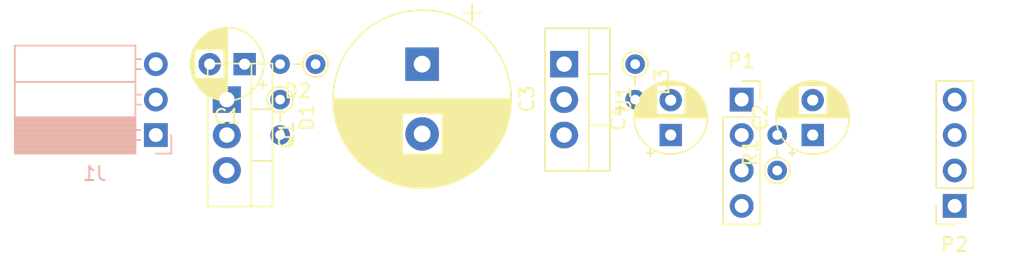
<source format=kicad_pcb>
(kicad_pcb (version 20171130) (host pcbnew 5.0.2+dfsg1-1)

  (general
    (thickness 1.6)
    (drawings 0)
    (tracks 0)
    (zones 0)
    (modules 13)
    (nets 11)
  )

  (page A4)
  (layers
    (0 F.Cu signal)
    (31 B.Cu signal)
    (32 B.Adhes user)
    (33 F.Adhes user)
    (34 B.Paste user)
    (35 F.Paste user)
    (36 B.SilkS user)
    (37 F.SilkS user)
    (38 B.Mask user)
    (39 F.Mask user)
    (40 Dwgs.User user)
    (41 Cmts.User user)
    (42 Eco1.User user)
    (43 Eco2.User user)
    (44 Edge.Cuts user)
    (45 Margin user)
    (46 B.CrtYd user)
    (47 F.CrtYd user)
    (48 B.Fab user)
    (49 F.Fab user)
  )

  (setup
    (last_trace_width 0.25)
    (trace_clearance 0.2)
    (zone_clearance 0.508)
    (zone_45_only no)
    (trace_min 0.2)
    (segment_width 0.2)
    (edge_width 0.05)
    (via_size 0.8)
    (via_drill 0.4)
    (via_min_size 0.4)
    (via_min_drill 0.3)
    (uvia_size 0.3)
    (uvia_drill 0.1)
    (uvias_allowed no)
    (uvia_min_size 0.2)
    (uvia_min_drill 0.1)
    (pcb_text_width 0.3)
    (pcb_text_size 1.5 1.5)
    (mod_edge_width 0.12)
    (mod_text_size 1 1)
    (mod_text_width 0.15)
    (pad_size 1.524 1.524)
    (pad_drill 0.762)
    (pad_to_mask_clearance 0)
    (solder_mask_min_width 0.25)
    (aux_axis_origin 0 0)
    (visible_elements FFFFFF7F)
    (pcbplotparams
      (layerselection 0x010fc_ffffffff)
      (usegerberextensions false)
      (usegerberattributes true)
      (usegerberadvancedattributes true)
      (creategerberjobfile true)
      (excludeedgelayer true)
      (linewidth 0.100000)
      (plotframeref false)
      (viasonmask false)
      (mode 1)
      (useauxorigin false)
      (hpglpennumber 1)
      (hpglpenspeed 20)
      (hpglpendiameter 15.000000)
      (psnegative false)
      (psa4output false)
      (plotreference true)
      (plotvalue true)
      (plotinvisibletext false)
      (padsonsilk false)
      (subtractmaskfromsilk false)
      (outputformat 1)
      (mirror false)
      (drillshape 1)
      (scaleselection 1)
      (outputdirectory ""))
  )

  (net 0 "")
  (net 1 /A)
  (net 2 "Net-(C1-Pad1)")
  (net 3 /RX)
  (net 4 GND)
  (net 5 "Net-(C3-Pad1)")
  (net 6 +2V5)
  (net 7 /I2)
  (net 8 /TX)
  (net 9 /RST)
  (net 10 /CTS)

  (net_class Default "This is the default net class."
    (clearance 0.2)
    (trace_width 0.25)
    (via_dia 0.8)
    (via_drill 0.4)
    (uvia_dia 0.3)
    (uvia_drill 0.1)
    (add_net +2V5)
    (add_net /A)
    (add_net /CTS)
    (add_net /I2)
    (add_net /RST)
    (add_net /RX)
    (add_net /TX)
    (add_net GND)
    (add_net "Net-(C1-Pad1)")
    (add_net "Net-(C3-Pad1)")
  )

  (module Capacitor_THT:CP_Radial_D5.0mm_P2.50mm (layer F.Cu) (tedit 5AE50EF0) (tstamp 5FDEB895)
    (at 151.13 124.46 180)
    (descr "CP, Radial series, Radial, pin pitch=2.50mm, , diameter=5mm, Electrolytic Capacitor")
    (tags "CP Radial series Radial pin pitch 2.50mm  diameter 5mm Electrolytic Capacitor")
    (path /5FDF2C5E)
    (fp_text reference C1 (at 1.25 -3.75) (layer F.SilkS)
      (effects (font (size 1 1) (thickness 0.15)))
    )
    (fp_text value C (at 1.25 3.75) (layer F.Fab)
      (effects (font (size 1 1) (thickness 0.15)))
    )
    (fp_text user %R (at 1.25 0) (layer F.Fab)
      (effects (font (size 1 1) (thickness 0.15)))
    )
    (fp_circle (center 1.25 0) (end 3.75 0) (layer F.Fab) (width 0.1))
    (fp_circle (center 1.25 0) (end 3.87 0) (layer F.SilkS) (width 0.12))
    (fp_circle (center 1.25 0) (end 4 0) (layer F.CrtYd) (width 0.05))
    (fp_line (start -0.883605 -1.0875) (end -0.383605 -1.0875) (layer F.Fab) (width 0.1))
    (fp_line (start -0.633605 -1.3375) (end -0.633605 -0.8375) (layer F.Fab) (width 0.1))
    (fp_line (start 1.25 -2.58) (end 1.25 2.58) (layer F.SilkS) (width 0.12))
    (fp_line (start 1.29 -2.58) (end 1.29 2.58) (layer F.SilkS) (width 0.12))
    (fp_line (start 1.33 -2.579) (end 1.33 2.579) (layer F.SilkS) (width 0.12))
    (fp_line (start 1.37 -2.578) (end 1.37 2.578) (layer F.SilkS) (width 0.12))
    (fp_line (start 1.41 -2.576) (end 1.41 2.576) (layer F.SilkS) (width 0.12))
    (fp_line (start 1.45 -2.573) (end 1.45 2.573) (layer F.SilkS) (width 0.12))
    (fp_line (start 1.49 -2.569) (end 1.49 -1.04) (layer F.SilkS) (width 0.12))
    (fp_line (start 1.49 1.04) (end 1.49 2.569) (layer F.SilkS) (width 0.12))
    (fp_line (start 1.53 -2.565) (end 1.53 -1.04) (layer F.SilkS) (width 0.12))
    (fp_line (start 1.53 1.04) (end 1.53 2.565) (layer F.SilkS) (width 0.12))
    (fp_line (start 1.57 -2.561) (end 1.57 -1.04) (layer F.SilkS) (width 0.12))
    (fp_line (start 1.57 1.04) (end 1.57 2.561) (layer F.SilkS) (width 0.12))
    (fp_line (start 1.61 -2.556) (end 1.61 -1.04) (layer F.SilkS) (width 0.12))
    (fp_line (start 1.61 1.04) (end 1.61 2.556) (layer F.SilkS) (width 0.12))
    (fp_line (start 1.65 -2.55) (end 1.65 -1.04) (layer F.SilkS) (width 0.12))
    (fp_line (start 1.65 1.04) (end 1.65 2.55) (layer F.SilkS) (width 0.12))
    (fp_line (start 1.69 -2.543) (end 1.69 -1.04) (layer F.SilkS) (width 0.12))
    (fp_line (start 1.69 1.04) (end 1.69 2.543) (layer F.SilkS) (width 0.12))
    (fp_line (start 1.73 -2.536) (end 1.73 -1.04) (layer F.SilkS) (width 0.12))
    (fp_line (start 1.73 1.04) (end 1.73 2.536) (layer F.SilkS) (width 0.12))
    (fp_line (start 1.77 -2.528) (end 1.77 -1.04) (layer F.SilkS) (width 0.12))
    (fp_line (start 1.77 1.04) (end 1.77 2.528) (layer F.SilkS) (width 0.12))
    (fp_line (start 1.81 -2.52) (end 1.81 -1.04) (layer F.SilkS) (width 0.12))
    (fp_line (start 1.81 1.04) (end 1.81 2.52) (layer F.SilkS) (width 0.12))
    (fp_line (start 1.85 -2.511) (end 1.85 -1.04) (layer F.SilkS) (width 0.12))
    (fp_line (start 1.85 1.04) (end 1.85 2.511) (layer F.SilkS) (width 0.12))
    (fp_line (start 1.89 -2.501) (end 1.89 -1.04) (layer F.SilkS) (width 0.12))
    (fp_line (start 1.89 1.04) (end 1.89 2.501) (layer F.SilkS) (width 0.12))
    (fp_line (start 1.93 -2.491) (end 1.93 -1.04) (layer F.SilkS) (width 0.12))
    (fp_line (start 1.93 1.04) (end 1.93 2.491) (layer F.SilkS) (width 0.12))
    (fp_line (start 1.971 -2.48) (end 1.971 -1.04) (layer F.SilkS) (width 0.12))
    (fp_line (start 1.971 1.04) (end 1.971 2.48) (layer F.SilkS) (width 0.12))
    (fp_line (start 2.011 -2.468) (end 2.011 -1.04) (layer F.SilkS) (width 0.12))
    (fp_line (start 2.011 1.04) (end 2.011 2.468) (layer F.SilkS) (width 0.12))
    (fp_line (start 2.051 -2.455) (end 2.051 -1.04) (layer F.SilkS) (width 0.12))
    (fp_line (start 2.051 1.04) (end 2.051 2.455) (layer F.SilkS) (width 0.12))
    (fp_line (start 2.091 -2.442) (end 2.091 -1.04) (layer F.SilkS) (width 0.12))
    (fp_line (start 2.091 1.04) (end 2.091 2.442) (layer F.SilkS) (width 0.12))
    (fp_line (start 2.131 -2.428) (end 2.131 -1.04) (layer F.SilkS) (width 0.12))
    (fp_line (start 2.131 1.04) (end 2.131 2.428) (layer F.SilkS) (width 0.12))
    (fp_line (start 2.171 -2.414) (end 2.171 -1.04) (layer F.SilkS) (width 0.12))
    (fp_line (start 2.171 1.04) (end 2.171 2.414) (layer F.SilkS) (width 0.12))
    (fp_line (start 2.211 -2.398) (end 2.211 -1.04) (layer F.SilkS) (width 0.12))
    (fp_line (start 2.211 1.04) (end 2.211 2.398) (layer F.SilkS) (width 0.12))
    (fp_line (start 2.251 -2.382) (end 2.251 -1.04) (layer F.SilkS) (width 0.12))
    (fp_line (start 2.251 1.04) (end 2.251 2.382) (layer F.SilkS) (width 0.12))
    (fp_line (start 2.291 -2.365) (end 2.291 -1.04) (layer F.SilkS) (width 0.12))
    (fp_line (start 2.291 1.04) (end 2.291 2.365) (layer F.SilkS) (width 0.12))
    (fp_line (start 2.331 -2.348) (end 2.331 -1.04) (layer F.SilkS) (width 0.12))
    (fp_line (start 2.331 1.04) (end 2.331 2.348) (layer F.SilkS) (width 0.12))
    (fp_line (start 2.371 -2.329) (end 2.371 -1.04) (layer F.SilkS) (width 0.12))
    (fp_line (start 2.371 1.04) (end 2.371 2.329) (layer F.SilkS) (width 0.12))
    (fp_line (start 2.411 -2.31) (end 2.411 -1.04) (layer F.SilkS) (width 0.12))
    (fp_line (start 2.411 1.04) (end 2.411 2.31) (layer F.SilkS) (width 0.12))
    (fp_line (start 2.451 -2.29) (end 2.451 -1.04) (layer F.SilkS) (width 0.12))
    (fp_line (start 2.451 1.04) (end 2.451 2.29) (layer F.SilkS) (width 0.12))
    (fp_line (start 2.491 -2.268) (end 2.491 -1.04) (layer F.SilkS) (width 0.12))
    (fp_line (start 2.491 1.04) (end 2.491 2.268) (layer F.SilkS) (width 0.12))
    (fp_line (start 2.531 -2.247) (end 2.531 -1.04) (layer F.SilkS) (width 0.12))
    (fp_line (start 2.531 1.04) (end 2.531 2.247) (layer F.SilkS) (width 0.12))
    (fp_line (start 2.571 -2.224) (end 2.571 -1.04) (layer F.SilkS) (width 0.12))
    (fp_line (start 2.571 1.04) (end 2.571 2.224) (layer F.SilkS) (width 0.12))
    (fp_line (start 2.611 -2.2) (end 2.611 -1.04) (layer F.SilkS) (width 0.12))
    (fp_line (start 2.611 1.04) (end 2.611 2.2) (layer F.SilkS) (width 0.12))
    (fp_line (start 2.651 -2.175) (end 2.651 -1.04) (layer F.SilkS) (width 0.12))
    (fp_line (start 2.651 1.04) (end 2.651 2.175) (layer F.SilkS) (width 0.12))
    (fp_line (start 2.691 -2.149) (end 2.691 -1.04) (layer F.SilkS) (width 0.12))
    (fp_line (start 2.691 1.04) (end 2.691 2.149) (layer F.SilkS) (width 0.12))
    (fp_line (start 2.731 -2.122) (end 2.731 -1.04) (layer F.SilkS) (width 0.12))
    (fp_line (start 2.731 1.04) (end 2.731 2.122) (layer F.SilkS) (width 0.12))
    (fp_line (start 2.771 -2.095) (end 2.771 -1.04) (layer F.SilkS) (width 0.12))
    (fp_line (start 2.771 1.04) (end 2.771 2.095) (layer F.SilkS) (width 0.12))
    (fp_line (start 2.811 -2.065) (end 2.811 -1.04) (layer F.SilkS) (width 0.12))
    (fp_line (start 2.811 1.04) (end 2.811 2.065) (layer F.SilkS) (width 0.12))
    (fp_line (start 2.851 -2.035) (end 2.851 -1.04) (layer F.SilkS) (width 0.12))
    (fp_line (start 2.851 1.04) (end 2.851 2.035) (layer F.SilkS) (width 0.12))
    (fp_line (start 2.891 -2.004) (end 2.891 -1.04) (layer F.SilkS) (width 0.12))
    (fp_line (start 2.891 1.04) (end 2.891 2.004) (layer F.SilkS) (width 0.12))
    (fp_line (start 2.931 -1.971) (end 2.931 -1.04) (layer F.SilkS) (width 0.12))
    (fp_line (start 2.931 1.04) (end 2.931 1.971) (layer F.SilkS) (width 0.12))
    (fp_line (start 2.971 -1.937) (end 2.971 -1.04) (layer F.SilkS) (width 0.12))
    (fp_line (start 2.971 1.04) (end 2.971 1.937) (layer F.SilkS) (width 0.12))
    (fp_line (start 3.011 -1.901) (end 3.011 -1.04) (layer F.SilkS) (width 0.12))
    (fp_line (start 3.011 1.04) (end 3.011 1.901) (layer F.SilkS) (width 0.12))
    (fp_line (start 3.051 -1.864) (end 3.051 -1.04) (layer F.SilkS) (width 0.12))
    (fp_line (start 3.051 1.04) (end 3.051 1.864) (layer F.SilkS) (width 0.12))
    (fp_line (start 3.091 -1.826) (end 3.091 -1.04) (layer F.SilkS) (width 0.12))
    (fp_line (start 3.091 1.04) (end 3.091 1.826) (layer F.SilkS) (width 0.12))
    (fp_line (start 3.131 -1.785) (end 3.131 -1.04) (layer F.SilkS) (width 0.12))
    (fp_line (start 3.131 1.04) (end 3.131 1.785) (layer F.SilkS) (width 0.12))
    (fp_line (start 3.171 -1.743) (end 3.171 -1.04) (layer F.SilkS) (width 0.12))
    (fp_line (start 3.171 1.04) (end 3.171 1.743) (layer F.SilkS) (width 0.12))
    (fp_line (start 3.211 -1.699) (end 3.211 -1.04) (layer F.SilkS) (width 0.12))
    (fp_line (start 3.211 1.04) (end 3.211 1.699) (layer F.SilkS) (width 0.12))
    (fp_line (start 3.251 -1.653) (end 3.251 -1.04) (layer F.SilkS) (width 0.12))
    (fp_line (start 3.251 1.04) (end 3.251 1.653) (layer F.SilkS) (width 0.12))
    (fp_line (start 3.291 -1.605) (end 3.291 -1.04) (layer F.SilkS) (width 0.12))
    (fp_line (start 3.291 1.04) (end 3.291 1.605) (layer F.SilkS) (width 0.12))
    (fp_line (start 3.331 -1.554) (end 3.331 -1.04) (layer F.SilkS) (width 0.12))
    (fp_line (start 3.331 1.04) (end 3.331 1.554) (layer F.SilkS) (width 0.12))
    (fp_line (start 3.371 -1.5) (end 3.371 -1.04) (layer F.SilkS) (width 0.12))
    (fp_line (start 3.371 1.04) (end 3.371 1.5) (layer F.SilkS) (width 0.12))
    (fp_line (start 3.411 -1.443) (end 3.411 -1.04) (layer F.SilkS) (width 0.12))
    (fp_line (start 3.411 1.04) (end 3.411 1.443) (layer F.SilkS) (width 0.12))
    (fp_line (start 3.451 -1.383) (end 3.451 -1.04) (layer F.SilkS) (width 0.12))
    (fp_line (start 3.451 1.04) (end 3.451 1.383) (layer F.SilkS) (width 0.12))
    (fp_line (start 3.491 -1.319) (end 3.491 -1.04) (layer F.SilkS) (width 0.12))
    (fp_line (start 3.491 1.04) (end 3.491 1.319) (layer F.SilkS) (width 0.12))
    (fp_line (start 3.531 -1.251) (end 3.531 -1.04) (layer F.SilkS) (width 0.12))
    (fp_line (start 3.531 1.04) (end 3.531 1.251) (layer F.SilkS) (width 0.12))
    (fp_line (start 3.571 -1.178) (end 3.571 1.178) (layer F.SilkS) (width 0.12))
    (fp_line (start 3.611 -1.098) (end 3.611 1.098) (layer F.SilkS) (width 0.12))
    (fp_line (start 3.651 -1.011) (end 3.651 1.011) (layer F.SilkS) (width 0.12))
    (fp_line (start 3.691 -0.915) (end 3.691 0.915) (layer F.SilkS) (width 0.12))
    (fp_line (start 3.731 -0.805) (end 3.731 0.805) (layer F.SilkS) (width 0.12))
    (fp_line (start 3.771 -0.677) (end 3.771 0.677) (layer F.SilkS) (width 0.12))
    (fp_line (start 3.811 -0.518) (end 3.811 0.518) (layer F.SilkS) (width 0.12))
    (fp_line (start 3.851 -0.284) (end 3.851 0.284) (layer F.SilkS) (width 0.12))
    (fp_line (start -1.554775 -1.475) (end -1.054775 -1.475) (layer F.SilkS) (width 0.12))
    (fp_line (start -1.304775 -1.725) (end -1.304775 -1.225) (layer F.SilkS) (width 0.12))
    (pad 2 thru_hole circle (at 2.5 0 180) (size 1.6 1.6) (drill 0.8) (layers *.Cu *.Mask)
      (net 1 /A))
    (pad 1 thru_hole rect (at 0 0 180) (size 1.6 1.6) (drill 0.8) (layers *.Cu *.Mask)
      (net 2 "Net-(C1-Pad1)"))
    (model ${KISYS3DMOD}/Capacitor_THT.3dshapes/CP_Radial_D5.0mm_P2.50mm.wrl
      (at (xyz 0 0 0))
      (scale (xyz 1 1 1))
      (rotate (xyz 0 0 0))
    )
  )

  (module Capacitor_THT:CP_Radial_D5.0mm_P2.50mm (layer F.Cu) (tedit 5AE50EF0) (tstamp 5FDEB919)
    (at 191.77 129.54 90)
    (descr "CP, Radial series, Radial, pin pitch=2.50mm, , diameter=5mm, Electrolytic Capacitor")
    (tags "CP Radial series Radial pin pitch 2.50mm  diameter 5mm Electrolytic Capacitor")
    (path /5FDFE767)
    (fp_text reference C2 (at 1.25 -3.75 -90) (layer F.SilkS)
      (effects (font (size 1 1) (thickness 0.15)))
    )
    (fp_text value 1nF (at 1.25 3.75 -90) (layer F.Fab)
      (effects (font (size 1 1) (thickness 0.15)))
    )
    (fp_line (start -1.304775 -1.725) (end -1.304775 -1.225) (layer F.SilkS) (width 0.12))
    (fp_line (start -1.554775 -1.475) (end -1.054775 -1.475) (layer F.SilkS) (width 0.12))
    (fp_line (start 3.851 -0.284) (end 3.851 0.284) (layer F.SilkS) (width 0.12))
    (fp_line (start 3.811 -0.518) (end 3.811 0.518) (layer F.SilkS) (width 0.12))
    (fp_line (start 3.771 -0.677) (end 3.771 0.677) (layer F.SilkS) (width 0.12))
    (fp_line (start 3.731 -0.805) (end 3.731 0.805) (layer F.SilkS) (width 0.12))
    (fp_line (start 3.691 -0.915) (end 3.691 0.915) (layer F.SilkS) (width 0.12))
    (fp_line (start 3.651 -1.011) (end 3.651 1.011) (layer F.SilkS) (width 0.12))
    (fp_line (start 3.611 -1.098) (end 3.611 1.098) (layer F.SilkS) (width 0.12))
    (fp_line (start 3.571 -1.178) (end 3.571 1.178) (layer F.SilkS) (width 0.12))
    (fp_line (start 3.531 1.04) (end 3.531 1.251) (layer F.SilkS) (width 0.12))
    (fp_line (start 3.531 -1.251) (end 3.531 -1.04) (layer F.SilkS) (width 0.12))
    (fp_line (start 3.491 1.04) (end 3.491 1.319) (layer F.SilkS) (width 0.12))
    (fp_line (start 3.491 -1.319) (end 3.491 -1.04) (layer F.SilkS) (width 0.12))
    (fp_line (start 3.451 1.04) (end 3.451 1.383) (layer F.SilkS) (width 0.12))
    (fp_line (start 3.451 -1.383) (end 3.451 -1.04) (layer F.SilkS) (width 0.12))
    (fp_line (start 3.411 1.04) (end 3.411 1.443) (layer F.SilkS) (width 0.12))
    (fp_line (start 3.411 -1.443) (end 3.411 -1.04) (layer F.SilkS) (width 0.12))
    (fp_line (start 3.371 1.04) (end 3.371 1.5) (layer F.SilkS) (width 0.12))
    (fp_line (start 3.371 -1.5) (end 3.371 -1.04) (layer F.SilkS) (width 0.12))
    (fp_line (start 3.331 1.04) (end 3.331 1.554) (layer F.SilkS) (width 0.12))
    (fp_line (start 3.331 -1.554) (end 3.331 -1.04) (layer F.SilkS) (width 0.12))
    (fp_line (start 3.291 1.04) (end 3.291 1.605) (layer F.SilkS) (width 0.12))
    (fp_line (start 3.291 -1.605) (end 3.291 -1.04) (layer F.SilkS) (width 0.12))
    (fp_line (start 3.251 1.04) (end 3.251 1.653) (layer F.SilkS) (width 0.12))
    (fp_line (start 3.251 -1.653) (end 3.251 -1.04) (layer F.SilkS) (width 0.12))
    (fp_line (start 3.211 1.04) (end 3.211 1.699) (layer F.SilkS) (width 0.12))
    (fp_line (start 3.211 -1.699) (end 3.211 -1.04) (layer F.SilkS) (width 0.12))
    (fp_line (start 3.171 1.04) (end 3.171 1.743) (layer F.SilkS) (width 0.12))
    (fp_line (start 3.171 -1.743) (end 3.171 -1.04) (layer F.SilkS) (width 0.12))
    (fp_line (start 3.131 1.04) (end 3.131 1.785) (layer F.SilkS) (width 0.12))
    (fp_line (start 3.131 -1.785) (end 3.131 -1.04) (layer F.SilkS) (width 0.12))
    (fp_line (start 3.091 1.04) (end 3.091 1.826) (layer F.SilkS) (width 0.12))
    (fp_line (start 3.091 -1.826) (end 3.091 -1.04) (layer F.SilkS) (width 0.12))
    (fp_line (start 3.051 1.04) (end 3.051 1.864) (layer F.SilkS) (width 0.12))
    (fp_line (start 3.051 -1.864) (end 3.051 -1.04) (layer F.SilkS) (width 0.12))
    (fp_line (start 3.011 1.04) (end 3.011 1.901) (layer F.SilkS) (width 0.12))
    (fp_line (start 3.011 -1.901) (end 3.011 -1.04) (layer F.SilkS) (width 0.12))
    (fp_line (start 2.971 1.04) (end 2.971 1.937) (layer F.SilkS) (width 0.12))
    (fp_line (start 2.971 -1.937) (end 2.971 -1.04) (layer F.SilkS) (width 0.12))
    (fp_line (start 2.931 1.04) (end 2.931 1.971) (layer F.SilkS) (width 0.12))
    (fp_line (start 2.931 -1.971) (end 2.931 -1.04) (layer F.SilkS) (width 0.12))
    (fp_line (start 2.891 1.04) (end 2.891 2.004) (layer F.SilkS) (width 0.12))
    (fp_line (start 2.891 -2.004) (end 2.891 -1.04) (layer F.SilkS) (width 0.12))
    (fp_line (start 2.851 1.04) (end 2.851 2.035) (layer F.SilkS) (width 0.12))
    (fp_line (start 2.851 -2.035) (end 2.851 -1.04) (layer F.SilkS) (width 0.12))
    (fp_line (start 2.811 1.04) (end 2.811 2.065) (layer F.SilkS) (width 0.12))
    (fp_line (start 2.811 -2.065) (end 2.811 -1.04) (layer F.SilkS) (width 0.12))
    (fp_line (start 2.771 1.04) (end 2.771 2.095) (layer F.SilkS) (width 0.12))
    (fp_line (start 2.771 -2.095) (end 2.771 -1.04) (layer F.SilkS) (width 0.12))
    (fp_line (start 2.731 1.04) (end 2.731 2.122) (layer F.SilkS) (width 0.12))
    (fp_line (start 2.731 -2.122) (end 2.731 -1.04) (layer F.SilkS) (width 0.12))
    (fp_line (start 2.691 1.04) (end 2.691 2.149) (layer F.SilkS) (width 0.12))
    (fp_line (start 2.691 -2.149) (end 2.691 -1.04) (layer F.SilkS) (width 0.12))
    (fp_line (start 2.651 1.04) (end 2.651 2.175) (layer F.SilkS) (width 0.12))
    (fp_line (start 2.651 -2.175) (end 2.651 -1.04) (layer F.SilkS) (width 0.12))
    (fp_line (start 2.611 1.04) (end 2.611 2.2) (layer F.SilkS) (width 0.12))
    (fp_line (start 2.611 -2.2) (end 2.611 -1.04) (layer F.SilkS) (width 0.12))
    (fp_line (start 2.571 1.04) (end 2.571 2.224) (layer F.SilkS) (width 0.12))
    (fp_line (start 2.571 -2.224) (end 2.571 -1.04) (layer F.SilkS) (width 0.12))
    (fp_line (start 2.531 1.04) (end 2.531 2.247) (layer F.SilkS) (width 0.12))
    (fp_line (start 2.531 -2.247) (end 2.531 -1.04) (layer F.SilkS) (width 0.12))
    (fp_line (start 2.491 1.04) (end 2.491 2.268) (layer F.SilkS) (width 0.12))
    (fp_line (start 2.491 -2.268) (end 2.491 -1.04) (layer F.SilkS) (width 0.12))
    (fp_line (start 2.451 1.04) (end 2.451 2.29) (layer F.SilkS) (width 0.12))
    (fp_line (start 2.451 -2.29) (end 2.451 -1.04) (layer F.SilkS) (width 0.12))
    (fp_line (start 2.411 1.04) (end 2.411 2.31) (layer F.SilkS) (width 0.12))
    (fp_line (start 2.411 -2.31) (end 2.411 -1.04) (layer F.SilkS) (width 0.12))
    (fp_line (start 2.371 1.04) (end 2.371 2.329) (layer F.SilkS) (width 0.12))
    (fp_line (start 2.371 -2.329) (end 2.371 -1.04) (layer F.SilkS) (width 0.12))
    (fp_line (start 2.331 1.04) (end 2.331 2.348) (layer F.SilkS) (width 0.12))
    (fp_line (start 2.331 -2.348) (end 2.331 -1.04) (layer F.SilkS) (width 0.12))
    (fp_line (start 2.291 1.04) (end 2.291 2.365) (layer F.SilkS) (width 0.12))
    (fp_line (start 2.291 -2.365) (end 2.291 -1.04) (layer F.SilkS) (width 0.12))
    (fp_line (start 2.251 1.04) (end 2.251 2.382) (layer F.SilkS) (width 0.12))
    (fp_line (start 2.251 -2.382) (end 2.251 -1.04) (layer F.SilkS) (width 0.12))
    (fp_line (start 2.211 1.04) (end 2.211 2.398) (layer F.SilkS) (width 0.12))
    (fp_line (start 2.211 -2.398) (end 2.211 -1.04) (layer F.SilkS) (width 0.12))
    (fp_line (start 2.171 1.04) (end 2.171 2.414) (layer F.SilkS) (width 0.12))
    (fp_line (start 2.171 -2.414) (end 2.171 -1.04) (layer F.SilkS) (width 0.12))
    (fp_line (start 2.131 1.04) (end 2.131 2.428) (layer F.SilkS) (width 0.12))
    (fp_line (start 2.131 -2.428) (end 2.131 -1.04) (layer F.SilkS) (width 0.12))
    (fp_line (start 2.091 1.04) (end 2.091 2.442) (layer F.SilkS) (width 0.12))
    (fp_line (start 2.091 -2.442) (end 2.091 -1.04) (layer F.SilkS) (width 0.12))
    (fp_line (start 2.051 1.04) (end 2.051 2.455) (layer F.SilkS) (width 0.12))
    (fp_line (start 2.051 -2.455) (end 2.051 -1.04) (layer F.SilkS) (width 0.12))
    (fp_line (start 2.011 1.04) (end 2.011 2.468) (layer F.SilkS) (width 0.12))
    (fp_line (start 2.011 -2.468) (end 2.011 -1.04) (layer F.SilkS) (width 0.12))
    (fp_line (start 1.971 1.04) (end 1.971 2.48) (layer F.SilkS) (width 0.12))
    (fp_line (start 1.971 -2.48) (end 1.971 -1.04) (layer F.SilkS) (width 0.12))
    (fp_line (start 1.93 1.04) (end 1.93 2.491) (layer F.SilkS) (width 0.12))
    (fp_line (start 1.93 -2.491) (end 1.93 -1.04) (layer F.SilkS) (width 0.12))
    (fp_line (start 1.89 1.04) (end 1.89 2.501) (layer F.SilkS) (width 0.12))
    (fp_line (start 1.89 -2.501) (end 1.89 -1.04) (layer F.SilkS) (width 0.12))
    (fp_line (start 1.85 1.04) (end 1.85 2.511) (layer F.SilkS) (width 0.12))
    (fp_line (start 1.85 -2.511) (end 1.85 -1.04) (layer F.SilkS) (width 0.12))
    (fp_line (start 1.81 1.04) (end 1.81 2.52) (layer F.SilkS) (width 0.12))
    (fp_line (start 1.81 -2.52) (end 1.81 -1.04) (layer F.SilkS) (width 0.12))
    (fp_line (start 1.77 1.04) (end 1.77 2.528) (layer F.SilkS) (width 0.12))
    (fp_line (start 1.77 -2.528) (end 1.77 -1.04) (layer F.SilkS) (width 0.12))
    (fp_line (start 1.73 1.04) (end 1.73 2.536) (layer F.SilkS) (width 0.12))
    (fp_line (start 1.73 -2.536) (end 1.73 -1.04) (layer F.SilkS) (width 0.12))
    (fp_line (start 1.69 1.04) (end 1.69 2.543) (layer F.SilkS) (width 0.12))
    (fp_line (start 1.69 -2.543) (end 1.69 -1.04) (layer F.SilkS) (width 0.12))
    (fp_line (start 1.65 1.04) (end 1.65 2.55) (layer F.SilkS) (width 0.12))
    (fp_line (start 1.65 -2.55) (end 1.65 -1.04) (layer F.SilkS) (width 0.12))
    (fp_line (start 1.61 1.04) (end 1.61 2.556) (layer F.SilkS) (width 0.12))
    (fp_line (start 1.61 -2.556) (end 1.61 -1.04) (layer F.SilkS) (width 0.12))
    (fp_line (start 1.57 1.04) (end 1.57 2.561) (layer F.SilkS) (width 0.12))
    (fp_line (start 1.57 -2.561) (end 1.57 -1.04) (layer F.SilkS) (width 0.12))
    (fp_line (start 1.53 1.04) (end 1.53 2.565) (layer F.SilkS) (width 0.12))
    (fp_line (start 1.53 -2.565) (end 1.53 -1.04) (layer F.SilkS) (width 0.12))
    (fp_line (start 1.49 1.04) (end 1.49 2.569) (layer F.SilkS) (width 0.12))
    (fp_line (start 1.49 -2.569) (end 1.49 -1.04) (layer F.SilkS) (width 0.12))
    (fp_line (start 1.45 -2.573) (end 1.45 2.573) (layer F.SilkS) (width 0.12))
    (fp_line (start 1.41 -2.576) (end 1.41 2.576) (layer F.SilkS) (width 0.12))
    (fp_line (start 1.37 -2.578) (end 1.37 2.578) (layer F.SilkS) (width 0.12))
    (fp_line (start 1.33 -2.579) (end 1.33 2.579) (layer F.SilkS) (width 0.12))
    (fp_line (start 1.29 -2.58) (end 1.29 2.58) (layer F.SilkS) (width 0.12))
    (fp_line (start 1.25 -2.58) (end 1.25 2.58) (layer F.SilkS) (width 0.12))
    (fp_line (start -0.633605 -1.3375) (end -0.633605 -0.8375) (layer F.Fab) (width 0.1))
    (fp_line (start -0.883605 -1.0875) (end -0.383605 -1.0875) (layer F.Fab) (width 0.1))
    (fp_circle (center 1.25 0) (end 4 0) (layer F.CrtYd) (width 0.05))
    (fp_circle (center 1.25 0) (end 3.87 0) (layer F.SilkS) (width 0.12))
    (fp_circle (center 1.25 0) (end 3.75 0) (layer F.Fab) (width 0.1))
    (fp_text user %R (at 1.25 0 -90) (layer F.Fab)
      (effects (font (size 1 1) (thickness 0.15)))
    )
    (pad 1 thru_hole rect (at 0 0 90) (size 1.6 1.6) (drill 0.8) (layers *.Cu *.Mask)
      (net 3 /RX))
    (pad 2 thru_hole circle (at 2.5 0 90) (size 1.6 1.6) (drill 0.8) (layers *.Cu *.Mask)
      (net 4 GND))
    (model ${KISYS3DMOD}/Capacitor_THT.3dshapes/CP_Radial_D5.0mm_P2.50mm.wrl
      (at (xyz 0 0 0))
      (scale (xyz 1 1 1))
      (rotate (xyz 0 0 0))
    )
  )

  (module Capacitor_THT:CP_Radial_D12.5mm_P5.00mm (layer F.Cu) (tedit 5AE50EF1) (tstamp 5FDEBA0F)
    (at 163.83 124.46 270)
    (descr "CP, Radial series, Radial, pin pitch=5.00mm, , diameter=12.5mm, Electrolytic Capacitor")
    (tags "CP Radial series Radial pin pitch 5.00mm  diameter 12.5mm Electrolytic Capacitor")
    (path /5FDEBCE2)
    (fp_text reference C3 (at 2.5 -7.5 90) (layer F.SilkS)
      (effects (font (size 1 1) (thickness 0.15)))
    )
    (fp_text value 1000uF (at 2.5 7.5 90) (layer F.Fab)
      (effects (font (size 1 1) (thickness 0.15)))
    )
    (fp_line (start -3.692082 -4.2) (end -3.692082 -2.95) (layer F.SilkS) (width 0.12))
    (fp_line (start -4.317082 -3.575) (end -3.067082 -3.575) (layer F.SilkS) (width 0.12))
    (fp_line (start 8.861 -0.317) (end 8.861 0.317) (layer F.SilkS) (width 0.12))
    (fp_line (start 8.821 -0.757) (end 8.821 0.757) (layer F.SilkS) (width 0.12))
    (fp_line (start 8.781 -1.028) (end 8.781 1.028) (layer F.SilkS) (width 0.12))
    (fp_line (start 8.741 -1.241) (end 8.741 1.241) (layer F.SilkS) (width 0.12))
    (fp_line (start 8.701 -1.422) (end 8.701 1.422) (layer F.SilkS) (width 0.12))
    (fp_line (start 8.661 -1.583) (end 8.661 1.583) (layer F.SilkS) (width 0.12))
    (fp_line (start 8.621 -1.728) (end 8.621 1.728) (layer F.SilkS) (width 0.12))
    (fp_line (start 8.581 -1.861) (end 8.581 1.861) (layer F.SilkS) (width 0.12))
    (fp_line (start 8.541 -1.984) (end 8.541 1.984) (layer F.SilkS) (width 0.12))
    (fp_line (start 8.501 -2.1) (end 8.501 2.1) (layer F.SilkS) (width 0.12))
    (fp_line (start 8.461 -2.209) (end 8.461 2.209) (layer F.SilkS) (width 0.12))
    (fp_line (start 8.421 -2.312) (end 8.421 2.312) (layer F.SilkS) (width 0.12))
    (fp_line (start 8.381 -2.41) (end 8.381 2.41) (layer F.SilkS) (width 0.12))
    (fp_line (start 8.341 -2.504) (end 8.341 2.504) (layer F.SilkS) (width 0.12))
    (fp_line (start 8.301 -2.594) (end 8.301 2.594) (layer F.SilkS) (width 0.12))
    (fp_line (start 8.261 -2.681) (end 8.261 2.681) (layer F.SilkS) (width 0.12))
    (fp_line (start 8.221 -2.764) (end 8.221 2.764) (layer F.SilkS) (width 0.12))
    (fp_line (start 8.181 -2.844) (end 8.181 2.844) (layer F.SilkS) (width 0.12))
    (fp_line (start 8.141 -2.921) (end 8.141 2.921) (layer F.SilkS) (width 0.12))
    (fp_line (start 8.101 -2.996) (end 8.101 2.996) (layer F.SilkS) (width 0.12))
    (fp_line (start 8.061 -3.069) (end 8.061 3.069) (layer F.SilkS) (width 0.12))
    (fp_line (start 8.021 -3.14) (end 8.021 3.14) (layer F.SilkS) (width 0.12))
    (fp_line (start 7.981 -3.208) (end 7.981 3.208) (layer F.SilkS) (width 0.12))
    (fp_line (start 7.941 -3.275) (end 7.941 3.275) (layer F.SilkS) (width 0.12))
    (fp_line (start 7.901 -3.339) (end 7.901 3.339) (layer F.SilkS) (width 0.12))
    (fp_line (start 7.861 -3.402) (end 7.861 3.402) (layer F.SilkS) (width 0.12))
    (fp_line (start 7.821 -3.464) (end 7.821 3.464) (layer F.SilkS) (width 0.12))
    (fp_line (start 7.781 -3.524) (end 7.781 3.524) (layer F.SilkS) (width 0.12))
    (fp_line (start 7.741 -3.583) (end 7.741 3.583) (layer F.SilkS) (width 0.12))
    (fp_line (start 7.701 -3.64) (end 7.701 3.64) (layer F.SilkS) (width 0.12))
    (fp_line (start 7.661 -3.696) (end 7.661 3.696) (layer F.SilkS) (width 0.12))
    (fp_line (start 7.621 -3.75) (end 7.621 3.75) (layer F.SilkS) (width 0.12))
    (fp_line (start 7.581 -3.804) (end 7.581 3.804) (layer F.SilkS) (width 0.12))
    (fp_line (start 7.541 -3.856) (end 7.541 3.856) (layer F.SilkS) (width 0.12))
    (fp_line (start 7.501 -3.907) (end 7.501 3.907) (layer F.SilkS) (width 0.12))
    (fp_line (start 7.461 -3.957) (end 7.461 3.957) (layer F.SilkS) (width 0.12))
    (fp_line (start 7.421 -4.007) (end 7.421 4.007) (layer F.SilkS) (width 0.12))
    (fp_line (start 7.381 -4.055) (end 7.381 4.055) (layer F.SilkS) (width 0.12))
    (fp_line (start 7.341 -4.102) (end 7.341 4.102) (layer F.SilkS) (width 0.12))
    (fp_line (start 7.301 -4.148) (end 7.301 4.148) (layer F.SilkS) (width 0.12))
    (fp_line (start 7.261 -4.194) (end 7.261 4.194) (layer F.SilkS) (width 0.12))
    (fp_line (start 7.221 -4.238) (end 7.221 4.238) (layer F.SilkS) (width 0.12))
    (fp_line (start 7.181 -4.282) (end 7.181 4.282) (layer F.SilkS) (width 0.12))
    (fp_line (start 7.141 -4.325) (end 7.141 4.325) (layer F.SilkS) (width 0.12))
    (fp_line (start 7.101 -4.367) (end 7.101 4.367) (layer F.SilkS) (width 0.12))
    (fp_line (start 7.061 -4.408) (end 7.061 4.408) (layer F.SilkS) (width 0.12))
    (fp_line (start 7.021 -4.449) (end 7.021 4.449) (layer F.SilkS) (width 0.12))
    (fp_line (start 6.981 -4.489) (end 6.981 4.489) (layer F.SilkS) (width 0.12))
    (fp_line (start 6.941 -4.528) (end 6.941 4.528) (layer F.SilkS) (width 0.12))
    (fp_line (start 6.901 -4.567) (end 6.901 4.567) (layer F.SilkS) (width 0.12))
    (fp_line (start 6.861 -4.605) (end 6.861 4.605) (layer F.SilkS) (width 0.12))
    (fp_line (start 6.821 -4.642) (end 6.821 4.642) (layer F.SilkS) (width 0.12))
    (fp_line (start 6.781 -4.678) (end 6.781 4.678) (layer F.SilkS) (width 0.12))
    (fp_line (start 6.741 -4.714) (end 6.741 4.714) (layer F.SilkS) (width 0.12))
    (fp_line (start 6.701 -4.75) (end 6.701 4.75) (layer F.SilkS) (width 0.12))
    (fp_line (start 6.661 -4.785) (end 6.661 4.785) (layer F.SilkS) (width 0.12))
    (fp_line (start 6.621 -4.819) (end 6.621 4.819) (layer F.SilkS) (width 0.12))
    (fp_line (start 6.581 -4.852) (end 6.581 4.852) (layer F.SilkS) (width 0.12))
    (fp_line (start 6.541 -4.885) (end 6.541 4.885) (layer F.SilkS) (width 0.12))
    (fp_line (start 6.501 -4.918) (end 6.501 4.918) (layer F.SilkS) (width 0.12))
    (fp_line (start 6.461 -4.95) (end 6.461 4.95) (layer F.SilkS) (width 0.12))
    (fp_line (start 6.421 1.44) (end 6.421 4.982) (layer F.SilkS) (width 0.12))
    (fp_line (start 6.421 -4.982) (end 6.421 -1.44) (layer F.SilkS) (width 0.12))
    (fp_line (start 6.381 1.44) (end 6.381 5.012) (layer F.SilkS) (width 0.12))
    (fp_line (start 6.381 -5.012) (end 6.381 -1.44) (layer F.SilkS) (width 0.12))
    (fp_line (start 6.341 1.44) (end 6.341 5.043) (layer F.SilkS) (width 0.12))
    (fp_line (start 6.341 -5.043) (end 6.341 -1.44) (layer F.SilkS) (width 0.12))
    (fp_line (start 6.301 1.44) (end 6.301 5.073) (layer F.SilkS) (width 0.12))
    (fp_line (start 6.301 -5.073) (end 6.301 -1.44) (layer F.SilkS) (width 0.12))
    (fp_line (start 6.261 1.44) (end 6.261 5.102) (layer F.SilkS) (width 0.12))
    (fp_line (start 6.261 -5.102) (end 6.261 -1.44) (layer F.SilkS) (width 0.12))
    (fp_line (start 6.221 1.44) (end 6.221 5.131) (layer F.SilkS) (width 0.12))
    (fp_line (start 6.221 -5.131) (end 6.221 -1.44) (layer F.SilkS) (width 0.12))
    (fp_line (start 6.181 1.44) (end 6.181 5.16) (layer F.SilkS) (width 0.12))
    (fp_line (start 6.181 -5.16) (end 6.181 -1.44) (layer F.SilkS) (width 0.12))
    (fp_line (start 6.141 1.44) (end 6.141 5.188) (layer F.SilkS) (width 0.12))
    (fp_line (start 6.141 -5.188) (end 6.141 -1.44) (layer F.SilkS) (width 0.12))
    (fp_line (start 6.101 1.44) (end 6.101 5.216) (layer F.SilkS) (width 0.12))
    (fp_line (start 6.101 -5.216) (end 6.101 -1.44) (layer F.SilkS) (width 0.12))
    (fp_line (start 6.061 1.44) (end 6.061 5.243) (layer F.SilkS) (width 0.12))
    (fp_line (start 6.061 -5.243) (end 6.061 -1.44) (layer F.SilkS) (width 0.12))
    (fp_line (start 6.021 1.44) (end 6.021 5.27) (layer F.SilkS) (width 0.12))
    (fp_line (start 6.021 -5.27) (end 6.021 -1.44) (layer F.SilkS) (width 0.12))
    (fp_line (start 5.981 1.44) (end 5.981 5.296) (layer F.SilkS) (width 0.12))
    (fp_line (start 5.981 -5.296) (end 5.981 -1.44) (layer F.SilkS) (width 0.12))
    (fp_line (start 5.941 1.44) (end 5.941 5.322) (layer F.SilkS) (width 0.12))
    (fp_line (start 5.941 -5.322) (end 5.941 -1.44) (layer F.SilkS) (width 0.12))
    (fp_line (start 5.901 1.44) (end 5.901 5.347) (layer F.SilkS) (width 0.12))
    (fp_line (start 5.901 -5.347) (end 5.901 -1.44) (layer F.SilkS) (width 0.12))
    (fp_line (start 5.861 1.44) (end 5.861 5.372) (layer F.SilkS) (width 0.12))
    (fp_line (start 5.861 -5.372) (end 5.861 -1.44) (layer F.SilkS) (width 0.12))
    (fp_line (start 5.821 1.44) (end 5.821 5.397) (layer F.SilkS) (width 0.12))
    (fp_line (start 5.821 -5.397) (end 5.821 -1.44) (layer F.SilkS) (width 0.12))
    (fp_line (start 5.781 1.44) (end 5.781 5.421) (layer F.SilkS) (width 0.12))
    (fp_line (start 5.781 -5.421) (end 5.781 -1.44) (layer F.SilkS) (width 0.12))
    (fp_line (start 5.741 1.44) (end 5.741 5.445) (layer F.SilkS) (width 0.12))
    (fp_line (start 5.741 -5.445) (end 5.741 -1.44) (layer F.SilkS) (width 0.12))
    (fp_line (start 5.701 1.44) (end 5.701 5.468) (layer F.SilkS) (width 0.12))
    (fp_line (start 5.701 -5.468) (end 5.701 -1.44) (layer F.SilkS) (width 0.12))
    (fp_line (start 5.661 1.44) (end 5.661 5.491) (layer F.SilkS) (width 0.12))
    (fp_line (start 5.661 -5.491) (end 5.661 -1.44) (layer F.SilkS) (width 0.12))
    (fp_line (start 5.621 1.44) (end 5.621 5.514) (layer F.SilkS) (width 0.12))
    (fp_line (start 5.621 -5.514) (end 5.621 -1.44) (layer F.SilkS) (width 0.12))
    (fp_line (start 5.581 1.44) (end 5.581 5.536) (layer F.SilkS) (width 0.12))
    (fp_line (start 5.581 -5.536) (end 5.581 -1.44) (layer F.SilkS) (width 0.12))
    (fp_line (start 5.541 1.44) (end 5.541 5.558) (layer F.SilkS) (width 0.12))
    (fp_line (start 5.541 -5.558) (end 5.541 -1.44) (layer F.SilkS) (width 0.12))
    (fp_line (start 5.501 1.44) (end 5.501 5.58) (layer F.SilkS) (width 0.12))
    (fp_line (start 5.501 -5.58) (end 5.501 -1.44) (layer F.SilkS) (width 0.12))
    (fp_line (start 5.461 1.44) (end 5.461 5.601) (layer F.SilkS) (width 0.12))
    (fp_line (start 5.461 -5.601) (end 5.461 -1.44) (layer F.SilkS) (width 0.12))
    (fp_line (start 5.421 1.44) (end 5.421 5.622) (layer F.SilkS) (width 0.12))
    (fp_line (start 5.421 -5.622) (end 5.421 -1.44) (layer F.SilkS) (width 0.12))
    (fp_line (start 5.381 1.44) (end 5.381 5.642) (layer F.SilkS) (width 0.12))
    (fp_line (start 5.381 -5.642) (end 5.381 -1.44) (layer F.SilkS) (width 0.12))
    (fp_line (start 5.341 1.44) (end 5.341 5.662) (layer F.SilkS) (width 0.12))
    (fp_line (start 5.341 -5.662) (end 5.341 -1.44) (layer F.SilkS) (width 0.12))
    (fp_line (start 5.301 1.44) (end 5.301 5.682) (layer F.SilkS) (width 0.12))
    (fp_line (start 5.301 -5.682) (end 5.301 -1.44) (layer F.SilkS) (width 0.12))
    (fp_line (start 5.261 1.44) (end 5.261 5.702) (layer F.SilkS) (width 0.12))
    (fp_line (start 5.261 -5.702) (end 5.261 -1.44) (layer F.SilkS) (width 0.12))
    (fp_line (start 5.221 1.44) (end 5.221 5.721) (layer F.SilkS) (width 0.12))
    (fp_line (start 5.221 -5.721) (end 5.221 -1.44) (layer F.SilkS) (width 0.12))
    (fp_line (start 5.181 1.44) (end 5.181 5.739) (layer F.SilkS) (width 0.12))
    (fp_line (start 5.181 -5.739) (end 5.181 -1.44) (layer F.SilkS) (width 0.12))
    (fp_line (start 5.141 1.44) (end 5.141 5.758) (layer F.SilkS) (width 0.12))
    (fp_line (start 5.141 -5.758) (end 5.141 -1.44) (layer F.SilkS) (width 0.12))
    (fp_line (start 5.101 1.44) (end 5.101 5.776) (layer F.SilkS) (width 0.12))
    (fp_line (start 5.101 -5.776) (end 5.101 -1.44) (layer F.SilkS) (width 0.12))
    (fp_line (start 5.061 1.44) (end 5.061 5.793) (layer F.SilkS) (width 0.12))
    (fp_line (start 5.061 -5.793) (end 5.061 -1.44) (layer F.SilkS) (width 0.12))
    (fp_line (start 5.021 1.44) (end 5.021 5.811) (layer F.SilkS) (width 0.12))
    (fp_line (start 5.021 -5.811) (end 5.021 -1.44) (layer F.SilkS) (width 0.12))
    (fp_line (start 4.981 1.44) (end 4.981 5.828) (layer F.SilkS) (width 0.12))
    (fp_line (start 4.981 -5.828) (end 4.981 -1.44) (layer F.SilkS) (width 0.12))
    (fp_line (start 4.941 1.44) (end 4.941 5.845) (layer F.SilkS) (width 0.12))
    (fp_line (start 4.941 -5.845) (end 4.941 -1.44) (layer F.SilkS) (width 0.12))
    (fp_line (start 4.901 1.44) (end 4.901 5.861) (layer F.SilkS) (width 0.12))
    (fp_line (start 4.901 -5.861) (end 4.901 -1.44) (layer F.SilkS) (width 0.12))
    (fp_line (start 4.861 1.44) (end 4.861 5.877) (layer F.SilkS) (width 0.12))
    (fp_line (start 4.861 -5.877) (end 4.861 -1.44) (layer F.SilkS) (width 0.12))
    (fp_line (start 4.821 1.44) (end 4.821 5.893) (layer F.SilkS) (width 0.12))
    (fp_line (start 4.821 -5.893) (end 4.821 -1.44) (layer F.SilkS) (width 0.12))
    (fp_line (start 4.781 1.44) (end 4.781 5.908) (layer F.SilkS) (width 0.12))
    (fp_line (start 4.781 -5.908) (end 4.781 -1.44) (layer F.SilkS) (width 0.12))
    (fp_line (start 4.741 1.44) (end 4.741 5.924) (layer F.SilkS) (width 0.12))
    (fp_line (start 4.741 -5.924) (end 4.741 -1.44) (layer F.SilkS) (width 0.12))
    (fp_line (start 4.701 1.44) (end 4.701 5.939) (layer F.SilkS) (width 0.12))
    (fp_line (start 4.701 -5.939) (end 4.701 -1.44) (layer F.SilkS) (width 0.12))
    (fp_line (start 4.661 1.44) (end 4.661 5.953) (layer F.SilkS) (width 0.12))
    (fp_line (start 4.661 -5.953) (end 4.661 -1.44) (layer F.SilkS) (width 0.12))
    (fp_line (start 4.621 1.44) (end 4.621 5.967) (layer F.SilkS) (width 0.12))
    (fp_line (start 4.621 -5.967) (end 4.621 -1.44) (layer F.SilkS) (width 0.12))
    (fp_line (start 4.581 1.44) (end 4.581 5.981) (layer F.SilkS) (width 0.12))
    (fp_line (start 4.581 -5.981) (end 4.581 -1.44) (layer F.SilkS) (width 0.12))
    (fp_line (start 4.541 1.44) (end 4.541 5.995) (layer F.SilkS) (width 0.12))
    (fp_line (start 4.541 -5.995) (end 4.541 -1.44) (layer F.SilkS) (width 0.12))
    (fp_line (start 4.501 1.44) (end 4.501 6.008) (layer F.SilkS) (width 0.12))
    (fp_line (start 4.501 -6.008) (end 4.501 -1.44) (layer F.SilkS) (width 0.12))
    (fp_line (start 4.461 1.44) (end 4.461 6.021) (layer F.SilkS) (width 0.12))
    (fp_line (start 4.461 -6.021) (end 4.461 -1.44) (layer F.SilkS) (width 0.12))
    (fp_line (start 4.421 1.44) (end 4.421 6.034) (layer F.SilkS) (width 0.12))
    (fp_line (start 4.421 -6.034) (end 4.421 -1.44) (layer F.SilkS) (width 0.12))
    (fp_line (start 4.381 1.44) (end 4.381 6.047) (layer F.SilkS) (width 0.12))
    (fp_line (start 4.381 -6.047) (end 4.381 -1.44) (layer F.SilkS) (width 0.12))
    (fp_line (start 4.341 1.44) (end 4.341 6.059) (layer F.SilkS) (width 0.12))
    (fp_line (start 4.341 -6.059) (end 4.341 -1.44) (layer F.SilkS) (width 0.12))
    (fp_line (start 4.301 1.44) (end 4.301 6.071) (layer F.SilkS) (width 0.12))
    (fp_line (start 4.301 -6.071) (end 4.301 -1.44) (layer F.SilkS) (width 0.12))
    (fp_line (start 4.261 1.44) (end 4.261 6.083) (layer F.SilkS) (width 0.12))
    (fp_line (start 4.261 -6.083) (end 4.261 -1.44) (layer F.SilkS) (width 0.12))
    (fp_line (start 4.221 1.44) (end 4.221 6.094) (layer F.SilkS) (width 0.12))
    (fp_line (start 4.221 -6.094) (end 4.221 -1.44) (layer F.SilkS) (width 0.12))
    (fp_line (start 4.181 1.44) (end 4.181 6.105) (layer F.SilkS) (width 0.12))
    (fp_line (start 4.181 -6.105) (end 4.181 -1.44) (layer F.SilkS) (width 0.12))
    (fp_line (start 4.141 1.44) (end 4.141 6.116) (layer F.SilkS) (width 0.12))
    (fp_line (start 4.141 -6.116) (end 4.141 -1.44) (layer F.SilkS) (width 0.12))
    (fp_line (start 4.101 1.44) (end 4.101 6.126) (layer F.SilkS) (width 0.12))
    (fp_line (start 4.101 -6.126) (end 4.101 -1.44) (layer F.SilkS) (width 0.12))
    (fp_line (start 4.061 1.44) (end 4.061 6.137) (layer F.SilkS) (width 0.12))
    (fp_line (start 4.061 -6.137) (end 4.061 -1.44) (layer F.SilkS) (width 0.12))
    (fp_line (start 4.021 1.44) (end 4.021 6.146) (layer F.SilkS) (width 0.12))
    (fp_line (start 4.021 -6.146) (end 4.021 -1.44) (layer F.SilkS) (width 0.12))
    (fp_line (start 3.981 1.44) (end 3.981 6.156) (layer F.SilkS) (width 0.12))
    (fp_line (start 3.981 -6.156) (end 3.981 -1.44) (layer F.SilkS) (width 0.12))
    (fp_line (start 3.941 1.44) (end 3.941 6.166) (layer F.SilkS) (width 0.12))
    (fp_line (start 3.941 -6.166) (end 3.941 -1.44) (layer F.SilkS) (width 0.12))
    (fp_line (start 3.901 1.44) (end 3.901 6.175) (layer F.SilkS) (width 0.12))
    (fp_line (start 3.901 -6.175) (end 3.901 -1.44) (layer F.SilkS) (width 0.12))
    (fp_line (start 3.861 1.44) (end 3.861 6.184) (layer F.SilkS) (width 0.12))
    (fp_line (start 3.861 -6.184) (end 3.861 -1.44) (layer F.SilkS) (width 0.12))
    (fp_line (start 3.821 1.44) (end 3.821 6.192) (layer F.SilkS) (width 0.12))
    (fp_line (start 3.821 -6.192) (end 3.821 -1.44) (layer F.SilkS) (width 0.12))
    (fp_line (start 3.781 1.44) (end 3.781 6.201) (layer F.SilkS) (width 0.12))
    (fp_line (start 3.781 -6.201) (end 3.781 -1.44) (layer F.SilkS) (width 0.12))
    (fp_line (start 3.741 1.44) (end 3.741 6.209) (layer F.SilkS) (width 0.12))
    (fp_line (start 3.741 -6.209) (end 3.741 -1.44) (layer F.SilkS) (width 0.12))
    (fp_line (start 3.701 1.44) (end 3.701 6.216) (layer F.SilkS) (width 0.12))
    (fp_line (start 3.701 -6.216) (end 3.701 -1.44) (layer F.SilkS) (width 0.12))
    (fp_line (start 3.661 1.44) (end 3.661 6.224) (layer F.SilkS) (width 0.12))
    (fp_line (start 3.661 -6.224) (end 3.661 -1.44) (layer F.SilkS) (width 0.12))
    (fp_line (start 3.621 1.44) (end 3.621 6.231) (layer F.SilkS) (width 0.12))
    (fp_line (start 3.621 -6.231) (end 3.621 -1.44) (layer F.SilkS) (width 0.12))
    (fp_line (start 3.581 1.44) (end 3.581 6.238) (layer F.SilkS) (width 0.12))
    (fp_line (start 3.581 -6.238) (end 3.581 -1.44) (layer F.SilkS) (width 0.12))
    (fp_line (start 3.541 -6.245) (end 3.541 6.245) (layer F.SilkS) (width 0.12))
    (fp_line (start 3.501 -6.252) (end 3.501 6.252) (layer F.SilkS) (width 0.12))
    (fp_line (start 3.461 -6.258) (end 3.461 6.258) (layer F.SilkS) (width 0.12))
    (fp_line (start 3.421 -6.264) (end 3.421 6.264) (layer F.SilkS) (width 0.12))
    (fp_line (start 3.381 -6.269) (end 3.381 6.269) (layer F.SilkS) (width 0.12))
    (fp_line (start 3.341 -6.275) (end 3.341 6.275) (layer F.SilkS) (width 0.12))
    (fp_line (start 3.301 -6.28) (end 3.301 6.28) (layer F.SilkS) (width 0.12))
    (fp_line (start 3.261 -6.285) (end 3.261 6.285) (layer F.SilkS) (width 0.12))
    (fp_line (start 3.221 -6.29) (end 3.221 6.29) (layer F.SilkS) (width 0.12))
    (fp_line (start 3.18 -6.294) (end 3.18 6.294) (layer F.SilkS) (width 0.12))
    (fp_line (start 3.14 -6.298) (end 3.14 6.298) (layer F.SilkS) (width 0.12))
    (fp_line (start 3.1 -6.302) (end 3.1 6.302) (layer F.SilkS) (width 0.12))
    (fp_line (start 3.06 -6.306) (end 3.06 6.306) (layer F.SilkS) (width 0.12))
    (fp_line (start 3.02 -6.309) (end 3.02 6.309) (layer F.SilkS) (width 0.12))
    (fp_line (start 2.98 -6.312) (end 2.98 6.312) (layer F.SilkS) (width 0.12))
    (fp_line (start 2.94 -6.315) (end 2.94 6.315) (layer F.SilkS) (width 0.12))
    (fp_line (start 2.9 -6.318) (end 2.9 6.318) (layer F.SilkS) (width 0.12))
    (fp_line (start 2.86 -6.32) (end 2.86 6.32) (layer F.SilkS) (width 0.12))
    (fp_line (start 2.82 -6.322) (end 2.82 6.322) (layer F.SilkS) (width 0.12))
    (fp_line (start 2.78 -6.324) (end 2.78 6.324) (layer F.SilkS) (width 0.12))
    (fp_line (start 2.74 -6.326) (end 2.74 6.326) (layer F.SilkS) (width 0.12))
    (fp_line (start 2.7 -6.327) (end 2.7 6.327) (layer F.SilkS) (width 0.12))
    (fp_line (start 2.66 -6.328) (end 2.66 6.328) (layer F.SilkS) (width 0.12))
    (fp_line (start 2.62 -6.329) (end 2.62 6.329) (layer F.SilkS) (width 0.12))
    (fp_line (start 2.58 -6.33) (end 2.58 6.33) (layer F.SilkS) (width 0.12))
    (fp_line (start 2.54 -6.33) (end 2.54 6.33) (layer F.SilkS) (width 0.12))
    (fp_line (start 2.5 -6.33) (end 2.5 6.33) (layer F.SilkS) (width 0.12))
    (fp_line (start -2.241489 -3.3625) (end -2.241489 -2.1125) (layer F.Fab) (width 0.1))
    (fp_line (start -2.866489 -2.7375) (end -1.616489 -2.7375) (layer F.Fab) (width 0.1))
    (fp_circle (center 2.5 0) (end 9 0) (layer F.CrtYd) (width 0.05))
    (fp_circle (center 2.5 0) (end 8.87 0) (layer F.SilkS) (width 0.12))
    (fp_circle (center 2.5 0) (end 8.75 0) (layer F.Fab) (width 0.1))
    (fp_text user %R (at 2.5 0 90) (layer F.Fab)
      (effects (font (size 1 1) (thickness 0.15)))
    )
    (pad 1 thru_hole rect (at 0 0 270) (size 2.4 2.4) (drill 1.2) (layers *.Cu *.Mask)
      (net 5 "Net-(C3-Pad1)"))
    (pad 2 thru_hole circle (at 5 0 270) (size 2.4 2.4) (drill 1.2) (layers *.Cu *.Mask)
      (net 4 GND))
    (model ${KISYS3DMOD}/Capacitor_THT.3dshapes/CP_Radial_D12.5mm_P5.00mm.wrl
      (at (xyz 0 0 0))
      (scale (xyz 1 1 1))
      (rotate (xyz 0 0 0))
    )
  )

  (module Capacitor_THT:CP_Radial_D5.0mm_P2.50mm (layer F.Cu) (tedit 5AE50EF0) (tstamp 5FDEBA93)
    (at 181.61 129.54 90)
    (descr "CP, Radial series, Radial, pin pitch=2.50mm, , diameter=5mm, Electrolytic Capacitor")
    (tags "CP Radial series Radial pin pitch 2.50mm  diameter 5mm Electrolytic Capacitor")
    (path /5FDEDA63)
    (fp_text reference C4 (at 1.25 -3.75 90) (layer F.SilkS)
      (effects (font (size 1 1) (thickness 0.15)))
    )
    (fp_text value C (at 1.25 3.75 90) (layer F.Fab)
      (effects (font (size 1 1) (thickness 0.15)))
    )
    (fp_line (start -1.304775 -1.725) (end -1.304775 -1.225) (layer F.SilkS) (width 0.12))
    (fp_line (start -1.554775 -1.475) (end -1.054775 -1.475) (layer F.SilkS) (width 0.12))
    (fp_line (start 3.851 -0.284) (end 3.851 0.284) (layer F.SilkS) (width 0.12))
    (fp_line (start 3.811 -0.518) (end 3.811 0.518) (layer F.SilkS) (width 0.12))
    (fp_line (start 3.771 -0.677) (end 3.771 0.677) (layer F.SilkS) (width 0.12))
    (fp_line (start 3.731 -0.805) (end 3.731 0.805) (layer F.SilkS) (width 0.12))
    (fp_line (start 3.691 -0.915) (end 3.691 0.915) (layer F.SilkS) (width 0.12))
    (fp_line (start 3.651 -1.011) (end 3.651 1.011) (layer F.SilkS) (width 0.12))
    (fp_line (start 3.611 -1.098) (end 3.611 1.098) (layer F.SilkS) (width 0.12))
    (fp_line (start 3.571 -1.178) (end 3.571 1.178) (layer F.SilkS) (width 0.12))
    (fp_line (start 3.531 1.04) (end 3.531 1.251) (layer F.SilkS) (width 0.12))
    (fp_line (start 3.531 -1.251) (end 3.531 -1.04) (layer F.SilkS) (width 0.12))
    (fp_line (start 3.491 1.04) (end 3.491 1.319) (layer F.SilkS) (width 0.12))
    (fp_line (start 3.491 -1.319) (end 3.491 -1.04) (layer F.SilkS) (width 0.12))
    (fp_line (start 3.451 1.04) (end 3.451 1.383) (layer F.SilkS) (width 0.12))
    (fp_line (start 3.451 -1.383) (end 3.451 -1.04) (layer F.SilkS) (width 0.12))
    (fp_line (start 3.411 1.04) (end 3.411 1.443) (layer F.SilkS) (width 0.12))
    (fp_line (start 3.411 -1.443) (end 3.411 -1.04) (layer F.SilkS) (width 0.12))
    (fp_line (start 3.371 1.04) (end 3.371 1.5) (layer F.SilkS) (width 0.12))
    (fp_line (start 3.371 -1.5) (end 3.371 -1.04) (layer F.SilkS) (width 0.12))
    (fp_line (start 3.331 1.04) (end 3.331 1.554) (layer F.SilkS) (width 0.12))
    (fp_line (start 3.331 -1.554) (end 3.331 -1.04) (layer F.SilkS) (width 0.12))
    (fp_line (start 3.291 1.04) (end 3.291 1.605) (layer F.SilkS) (width 0.12))
    (fp_line (start 3.291 -1.605) (end 3.291 -1.04) (layer F.SilkS) (width 0.12))
    (fp_line (start 3.251 1.04) (end 3.251 1.653) (layer F.SilkS) (width 0.12))
    (fp_line (start 3.251 -1.653) (end 3.251 -1.04) (layer F.SilkS) (width 0.12))
    (fp_line (start 3.211 1.04) (end 3.211 1.699) (layer F.SilkS) (width 0.12))
    (fp_line (start 3.211 -1.699) (end 3.211 -1.04) (layer F.SilkS) (width 0.12))
    (fp_line (start 3.171 1.04) (end 3.171 1.743) (layer F.SilkS) (width 0.12))
    (fp_line (start 3.171 -1.743) (end 3.171 -1.04) (layer F.SilkS) (width 0.12))
    (fp_line (start 3.131 1.04) (end 3.131 1.785) (layer F.SilkS) (width 0.12))
    (fp_line (start 3.131 -1.785) (end 3.131 -1.04) (layer F.SilkS) (width 0.12))
    (fp_line (start 3.091 1.04) (end 3.091 1.826) (layer F.SilkS) (width 0.12))
    (fp_line (start 3.091 -1.826) (end 3.091 -1.04) (layer F.SilkS) (width 0.12))
    (fp_line (start 3.051 1.04) (end 3.051 1.864) (layer F.SilkS) (width 0.12))
    (fp_line (start 3.051 -1.864) (end 3.051 -1.04) (layer F.SilkS) (width 0.12))
    (fp_line (start 3.011 1.04) (end 3.011 1.901) (layer F.SilkS) (width 0.12))
    (fp_line (start 3.011 -1.901) (end 3.011 -1.04) (layer F.SilkS) (width 0.12))
    (fp_line (start 2.971 1.04) (end 2.971 1.937) (layer F.SilkS) (width 0.12))
    (fp_line (start 2.971 -1.937) (end 2.971 -1.04) (layer F.SilkS) (width 0.12))
    (fp_line (start 2.931 1.04) (end 2.931 1.971) (layer F.SilkS) (width 0.12))
    (fp_line (start 2.931 -1.971) (end 2.931 -1.04) (layer F.SilkS) (width 0.12))
    (fp_line (start 2.891 1.04) (end 2.891 2.004) (layer F.SilkS) (width 0.12))
    (fp_line (start 2.891 -2.004) (end 2.891 -1.04) (layer F.SilkS) (width 0.12))
    (fp_line (start 2.851 1.04) (end 2.851 2.035) (layer F.SilkS) (width 0.12))
    (fp_line (start 2.851 -2.035) (end 2.851 -1.04) (layer F.SilkS) (width 0.12))
    (fp_line (start 2.811 1.04) (end 2.811 2.065) (layer F.SilkS) (width 0.12))
    (fp_line (start 2.811 -2.065) (end 2.811 -1.04) (layer F.SilkS) (width 0.12))
    (fp_line (start 2.771 1.04) (end 2.771 2.095) (layer F.SilkS) (width 0.12))
    (fp_line (start 2.771 -2.095) (end 2.771 -1.04) (layer F.SilkS) (width 0.12))
    (fp_line (start 2.731 1.04) (end 2.731 2.122) (layer F.SilkS) (width 0.12))
    (fp_line (start 2.731 -2.122) (end 2.731 -1.04) (layer F.SilkS) (width 0.12))
    (fp_line (start 2.691 1.04) (end 2.691 2.149) (layer F.SilkS) (width 0.12))
    (fp_line (start 2.691 -2.149) (end 2.691 -1.04) (layer F.SilkS) (width 0.12))
    (fp_line (start 2.651 1.04) (end 2.651 2.175) (layer F.SilkS) (width 0.12))
    (fp_line (start 2.651 -2.175) (end 2.651 -1.04) (layer F.SilkS) (width 0.12))
    (fp_line (start 2.611 1.04) (end 2.611 2.2) (layer F.SilkS) (width 0.12))
    (fp_line (start 2.611 -2.2) (end 2.611 -1.04) (layer F.SilkS) (width 0.12))
    (fp_line (start 2.571 1.04) (end 2.571 2.224) (layer F.SilkS) (width 0.12))
    (fp_line (start 2.571 -2.224) (end 2.571 -1.04) (layer F.SilkS) (width 0.12))
    (fp_line (start 2.531 1.04) (end 2.531 2.247) (layer F.SilkS) (width 0.12))
    (fp_line (start 2.531 -2.247) (end 2.531 -1.04) (layer F.SilkS) (width 0.12))
    (fp_line (start 2.491 1.04) (end 2.491 2.268) (layer F.SilkS) (width 0.12))
    (fp_line (start 2.491 -2.268) (end 2.491 -1.04) (layer F.SilkS) (width 0.12))
    (fp_line (start 2.451 1.04) (end 2.451 2.29) (layer F.SilkS) (width 0.12))
    (fp_line (start 2.451 -2.29) (end 2.451 -1.04) (layer F.SilkS) (width 0.12))
    (fp_line (start 2.411 1.04) (end 2.411 2.31) (layer F.SilkS) (width 0.12))
    (fp_line (start 2.411 -2.31) (end 2.411 -1.04) (layer F.SilkS) (width 0.12))
    (fp_line (start 2.371 1.04) (end 2.371 2.329) (layer F.SilkS) (width 0.12))
    (fp_line (start 2.371 -2.329) (end 2.371 -1.04) (layer F.SilkS) (width 0.12))
    (fp_line (start 2.331 1.04) (end 2.331 2.348) (layer F.SilkS) (width 0.12))
    (fp_line (start 2.331 -2.348) (end 2.331 -1.04) (layer F.SilkS) (width 0.12))
    (fp_line (start 2.291 1.04) (end 2.291 2.365) (layer F.SilkS) (width 0.12))
    (fp_line (start 2.291 -2.365) (end 2.291 -1.04) (layer F.SilkS) (width 0.12))
    (fp_line (start 2.251 1.04) (end 2.251 2.382) (layer F.SilkS) (width 0.12))
    (fp_line (start 2.251 -2.382) (end 2.251 -1.04) (layer F.SilkS) (width 0.12))
    (fp_line (start 2.211 1.04) (end 2.211 2.398) (layer F.SilkS) (width 0.12))
    (fp_line (start 2.211 -2.398) (end 2.211 -1.04) (layer F.SilkS) (width 0.12))
    (fp_line (start 2.171 1.04) (end 2.171 2.414) (layer F.SilkS) (width 0.12))
    (fp_line (start 2.171 -2.414) (end 2.171 -1.04) (layer F.SilkS) (width 0.12))
    (fp_line (start 2.131 1.04) (end 2.131 2.428) (layer F.SilkS) (width 0.12))
    (fp_line (start 2.131 -2.428) (end 2.131 -1.04) (layer F.SilkS) (width 0.12))
    (fp_line (start 2.091 1.04) (end 2.091 2.442) (layer F.SilkS) (width 0.12))
    (fp_line (start 2.091 -2.442) (end 2.091 -1.04) (layer F.SilkS) (width 0.12))
    (fp_line (start 2.051 1.04) (end 2.051 2.455) (layer F.SilkS) (width 0.12))
    (fp_line (start 2.051 -2.455) (end 2.051 -1.04) (layer F.SilkS) (width 0.12))
    (fp_line (start 2.011 1.04) (end 2.011 2.468) (layer F.SilkS) (width 0.12))
    (fp_line (start 2.011 -2.468) (end 2.011 -1.04) (layer F.SilkS) (width 0.12))
    (fp_line (start 1.971 1.04) (end 1.971 2.48) (layer F.SilkS) (width 0.12))
    (fp_line (start 1.971 -2.48) (end 1.971 -1.04) (layer F.SilkS) (width 0.12))
    (fp_line (start 1.93 1.04) (end 1.93 2.491) (layer F.SilkS) (width 0.12))
    (fp_line (start 1.93 -2.491) (end 1.93 -1.04) (layer F.SilkS) (width 0.12))
    (fp_line (start 1.89 1.04) (end 1.89 2.501) (layer F.SilkS) (width 0.12))
    (fp_line (start 1.89 -2.501) (end 1.89 -1.04) (layer F.SilkS) (width 0.12))
    (fp_line (start 1.85 1.04) (end 1.85 2.511) (layer F.SilkS) (width 0.12))
    (fp_line (start 1.85 -2.511) (end 1.85 -1.04) (layer F.SilkS) (width 0.12))
    (fp_line (start 1.81 1.04) (end 1.81 2.52) (layer F.SilkS) (width 0.12))
    (fp_line (start 1.81 -2.52) (end 1.81 -1.04) (layer F.SilkS) (width 0.12))
    (fp_line (start 1.77 1.04) (end 1.77 2.528) (layer F.SilkS) (width 0.12))
    (fp_line (start 1.77 -2.528) (end 1.77 -1.04) (layer F.SilkS) (width 0.12))
    (fp_line (start 1.73 1.04) (end 1.73 2.536) (layer F.SilkS) (width 0.12))
    (fp_line (start 1.73 -2.536) (end 1.73 -1.04) (layer F.SilkS) (width 0.12))
    (fp_line (start 1.69 1.04) (end 1.69 2.543) (layer F.SilkS) (width 0.12))
    (fp_line (start 1.69 -2.543) (end 1.69 -1.04) (layer F.SilkS) (width 0.12))
    (fp_line (start 1.65 1.04) (end 1.65 2.55) (layer F.SilkS) (width 0.12))
    (fp_line (start 1.65 -2.55) (end 1.65 -1.04) (layer F.SilkS) (width 0.12))
    (fp_line (start 1.61 1.04) (end 1.61 2.556) (layer F.SilkS) (width 0.12))
    (fp_line (start 1.61 -2.556) (end 1.61 -1.04) (layer F.SilkS) (width 0.12))
    (fp_line (start 1.57 1.04) (end 1.57 2.561) (layer F.SilkS) (width 0.12))
    (fp_line (start 1.57 -2.561) (end 1.57 -1.04) (layer F.SilkS) (width 0.12))
    (fp_line (start 1.53 1.04) (end 1.53 2.565) (layer F.SilkS) (width 0.12))
    (fp_line (start 1.53 -2.565) (end 1.53 -1.04) (layer F.SilkS) (width 0.12))
    (fp_line (start 1.49 1.04) (end 1.49 2.569) (layer F.SilkS) (width 0.12))
    (fp_line (start 1.49 -2.569) (end 1.49 -1.04) (layer F.SilkS) (width 0.12))
    (fp_line (start 1.45 -2.573) (end 1.45 2.573) (layer F.SilkS) (width 0.12))
    (fp_line (start 1.41 -2.576) (end 1.41 2.576) (layer F.SilkS) (width 0.12))
    (fp_line (start 1.37 -2.578) (end 1.37 2.578) (layer F.SilkS) (width 0.12))
    (fp_line (start 1.33 -2.579) (end 1.33 2.579) (layer F.SilkS) (width 0.12))
    (fp_line (start 1.29 -2.58) (end 1.29 2.58) (layer F.SilkS) (width 0.12))
    (fp_line (start 1.25 -2.58) (end 1.25 2.58) (layer F.SilkS) (width 0.12))
    (fp_line (start -0.633605 -1.3375) (end -0.633605 -0.8375) (layer F.Fab) (width 0.1))
    (fp_line (start -0.883605 -1.0875) (end -0.383605 -1.0875) (layer F.Fab) (width 0.1))
    (fp_circle (center 1.25 0) (end 4 0) (layer F.CrtYd) (width 0.05))
    (fp_circle (center 1.25 0) (end 3.87 0) (layer F.SilkS) (width 0.12))
    (fp_circle (center 1.25 0) (end 3.75 0) (layer F.Fab) (width 0.1))
    (fp_text user %R (at 1.25 0 90) (layer F.Fab)
      (effects (font (size 1 1) (thickness 0.15)))
    )
    (pad 1 thru_hole rect (at 0 0 90) (size 1.6 1.6) (drill 0.8) (layers *.Cu *.Mask)
      (net 6 +2V5))
    (pad 2 thru_hole circle (at 2.5 0 90) (size 1.6 1.6) (drill 0.8) (layers *.Cu *.Mask)
      (net 4 GND))
    (model ${KISYS3DMOD}/Capacitor_THT.3dshapes/CP_Radial_D5.0mm_P2.50mm.wrl
      (at (xyz 0 0 0))
      (scale (xyz 1 1 1))
      (rotate (xyz 0 0 0))
    )
  )

  (module Resistor_THT:R_Axial_DIN0204_L3.6mm_D1.6mm_P2.54mm_Vertical (layer F.Cu) (tedit 5AE5139B) (tstamp 5FDEBAA2)
    (at 153.67 127 270)
    (descr "Resistor, Axial_DIN0204 series, Axial, Vertical, pin pitch=2.54mm, 0.167W, length*diameter=3.6*1.6mm^2, http://cdn-reichelt.de/documents/datenblatt/B400/1_4W%23YAG.pdf")
    (tags "Resistor Axial_DIN0204 series Axial Vertical pin pitch 2.54mm 0.167W length 3.6mm diameter 1.6mm")
    (path /5FDE2DA8)
    (fp_text reference D1 (at 1.27 -1.92 90) (layer F.SilkS)
      (effects (font (size 1 1) (thickness 0.15)))
    )
    (fp_text value D (at 1.27 1.92 90) (layer F.Fab)
      (effects (font (size 1 1) (thickness 0.15)))
    )
    (fp_text user %R (at 1.27 -1.92 90) (layer F.Fab)
      (effects (font (size 1 1) (thickness 0.15)))
    )
    (fp_circle (center 0 0) (end 0.8 0) (layer F.Fab) (width 0.1))
    (fp_circle (center 0 0) (end 0.92 0) (layer F.SilkS) (width 0.12))
    (fp_line (start 0 0) (end 2.54 0) (layer F.Fab) (width 0.1))
    (fp_line (start 0.92 0) (end 1.54 0) (layer F.SilkS) (width 0.12))
    (fp_line (start -1.05 -1.05) (end -1.05 1.05) (layer F.CrtYd) (width 0.05))
    (fp_line (start -1.05 1.05) (end 3.49 1.05) (layer F.CrtYd) (width 0.05))
    (fp_line (start 3.49 1.05) (end 3.49 -1.05) (layer F.CrtYd) (width 0.05))
    (fp_line (start 3.49 -1.05) (end -1.05 -1.05) (layer F.CrtYd) (width 0.05))
    (pad 2 thru_hole oval (at 2.54 0 270) (size 1.4 1.4) (drill 0.7) (layers *.Cu *.Mask)
      (net 4 GND))
    (pad 1 thru_hole circle (at 0 0 270) (size 1.4 1.4) (drill 0.7) (layers *.Cu *.Mask)
      (net 2 "Net-(C1-Pad1)"))
    (model ${KISYS3DMOD}/Resistor_THT.3dshapes/R_Axial_DIN0204_L3.6mm_D1.6mm_P2.54mm_Vertical.wrl
      (at (xyz 0 0 0))
      (scale (xyz 1 1 1))
      (rotate (xyz 0 0 0))
    )
  )

  (module Resistor_THT:R_Axial_DIN0204_L3.6mm_D1.6mm_P2.54mm_Vertical (layer F.Cu) (tedit 5AE5139B) (tstamp 5FDEBAB1)
    (at 156.21 124.46 180)
    (descr "Resistor, Axial_DIN0204 series, Axial, Vertical, pin pitch=2.54mm, 0.167W, length*diameter=3.6*1.6mm^2, http://cdn-reichelt.de/documents/datenblatt/B400/1_4W%23YAG.pdf")
    (tags "Resistor Axial_DIN0204 series Axial Vertical pin pitch 2.54mm 0.167W length 3.6mm diameter 1.6mm")
    (path /5FDE257E)
    (fp_text reference D2 (at 1.27 -1.92) (layer F.SilkS)
      (effects (font (size 1 1) (thickness 0.15)))
    )
    (fp_text value D (at 1.27 1.92) (layer F.Fab)
      (effects (font (size 1 1) (thickness 0.15)))
    )
    (fp_line (start 3.49 -1.05) (end -1.05 -1.05) (layer F.CrtYd) (width 0.05))
    (fp_line (start 3.49 1.05) (end 3.49 -1.05) (layer F.CrtYd) (width 0.05))
    (fp_line (start -1.05 1.05) (end 3.49 1.05) (layer F.CrtYd) (width 0.05))
    (fp_line (start -1.05 -1.05) (end -1.05 1.05) (layer F.CrtYd) (width 0.05))
    (fp_line (start 0.92 0) (end 1.54 0) (layer F.SilkS) (width 0.12))
    (fp_line (start 0 0) (end 2.54 0) (layer F.Fab) (width 0.1))
    (fp_circle (center 0 0) (end 0.92 0) (layer F.SilkS) (width 0.12))
    (fp_circle (center 0 0) (end 0.8 0) (layer F.Fab) (width 0.1))
    (fp_text user %R (at 1.27 -1.92) (layer F.Fab)
      (effects (font (size 1 1) (thickness 0.15)))
    )
    (pad 1 thru_hole circle (at 0 0 180) (size 1.4 1.4) (drill 0.7) (layers *.Cu *.Mask)
      (net 5 "Net-(C3-Pad1)"))
    (pad 2 thru_hole oval (at 2.54 0 180) (size 1.4 1.4) (drill 0.7) (layers *.Cu *.Mask)
      (net 2 "Net-(C1-Pad1)"))
    (model ${KISYS3DMOD}/Resistor_THT.3dshapes/R_Axial_DIN0204_L3.6mm_D1.6mm_P2.54mm_Vertical.wrl
      (at (xyz 0 0 0))
      (scale (xyz 1 1 1))
      (rotate (xyz 0 0 0))
    )
  )

  (module Resistor_THT:R_Axial_DIN0204_L3.6mm_D1.6mm_P2.54mm_Vertical (layer F.Cu) (tedit 5AE5139B) (tstamp 5FDEBAC0)
    (at 179.07 124.46 270)
    (descr "Resistor, Axial_DIN0204 series, Axial, Vertical, pin pitch=2.54mm, 0.167W, length*diameter=3.6*1.6mm^2, http://cdn-reichelt.de/documents/datenblatt/B400/1_4W%23YAG.pdf")
    (tags "Resistor Axial_DIN0204 series Axial Vertical pin pitch 2.54mm 0.167W length 3.6mm diameter 1.6mm")
    (path /5FE2A45C)
    (fp_text reference D3 (at 1.27 -1.92 270) (layer F.SilkS)
      (effects (font (size 1 1) (thickness 0.15)))
    )
    (fp_text value 20V (at 1.27 1.92 270) (layer F.Fab)
      (effects (font (size 1 1) (thickness 0.15)))
    )
    (fp_text user %R (at 1.27 -1.92 270) (layer F.Fab)
      (effects (font (size 1 1) (thickness 0.15)))
    )
    (fp_circle (center 0 0) (end 0.8 0) (layer F.Fab) (width 0.1))
    (fp_circle (center 0 0) (end 0.92 0) (layer F.SilkS) (width 0.12))
    (fp_line (start 0 0) (end 2.54 0) (layer F.Fab) (width 0.1))
    (fp_line (start 0.92 0) (end 1.54 0) (layer F.SilkS) (width 0.12))
    (fp_line (start -1.05 -1.05) (end -1.05 1.05) (layer F.CrtYd) (width 0.05))
    (fp_line (start -1.05 1.05) (end 3.49 1.05) (layer F.CrtYd) (width 0.05))
    (fp_line (start 3.49 1.05) (end 3.49 -1.05) (layer F.CrtYd) (width 0.05))
    (fp_line (start 3.49 -1.05) (end -1.05 -1.05) (layer F.CrtYd) (width 0.05))
    (pad 2 thru_hole oval (at 2.54 0 270) (size 1.4 1.4) (drill 0.7) (layers *.Cu *.Mask)
      (net 4 GND))
    (pad 1 thru_hole circle (at 0 0 270) (size 1.4 1.4) (drill 0.7) (layers *.Cu *.Mask)
      (net 5 "Net-(C3-Pad1)"))
    (model ${KISYS3DMOD}/Resistor_THT.3dshapes/R_Axial_DIN0204_L3.6mm_D1.6mm_P2.54mm_Vertical.wrl
      (at (xyz 0 0 0))
      (scale (xyz 1 1 1))
      (rotate (xyz 0 0 0))
    )
  )

  (module Connector_PinSocket_2.54mm:PinSocket_1x03_P2.54mm_Horizontal (layer B.Cu) (tedit 5A19A429) (tstamp 5FDEBAFD)
    (at 144.78 129.54)
    (descr "Through hole angled socket strip, 1x03, 2.54mm pitch, 8.51mm socket length, single row (from Kicad 4.0.7), script generated")
    (tags "Through hole angled socket strip THT 1x03 2.54mm single row")
    (path /5FDE501F)
    (fp_text reference J1 (at -4.38 2.77) (layer B.SilkS)
      (effects (font (size 1 1) (thickness 0.15)) (justify mirror))
    )
    (fp_text value Conn_01x03_Male (at -4.38 -7.85) (layer B.Fab)
      (effects (font (size 1 1) (thickness 0.15)) (justify mirror))
    )
    (fp_line (start 1.75 -6.85) (end 1.75 1.8) (layer B.CrtYd) (width 0.05))
    (fp_line (start -10.55 -6.85) (end 1.75 -6.85) (layer B.CrtYd) (width 0.05))
    (fp_line (start -10.55 1.8) (end -10.55 -6.85) (layer B.CrtYd) (width 0.05))
    (fp_line (start 1.75 1.8) (end -10.55 1.8) (layer B.CrtYd) (width 0.05))
    (fp_line (start 0 1.33) (end 1.11 1.33) (layer B.SilkS) (width 0.12))
    (fp_line (start 1.11 1.33) (end 1.11 0) (layer B.SilkS) (width 0.12))
    (fp_line (start -10.09 1.33) (end -10.09 -6.41) (layer B.SilkS) (width 0.12))
    (fp_line (start -10.09 -6.41) (end -1.46 -6.41) (layer B.SilkS) (width 0.12))
    (fp_line (start -1.46 1.33) (end -1.46 -6.41) (layer B.SilkS) (width 0.12))
    (fp_line (start -10.09 1.33) (end -1.46 1.33) (layer B.SilkS) (width 0.12))
    (fp_line (start -10.09 -3.81) (end -1.46 -3.81) (layer B.SilkS) (width 0.12))
    (fp_line (start -10.09 -1.27) (end -1.46 -1.27) (layer B.SilkS) (width 0.12))
    (fp_line (start -1.46 -5.44) (end -1.05 -5.44) (layer B.SilkS) (width 0.12))
    (fp_line (start -1.46 -4.72) (end -1.05 -4.72) (layer B.SilkS) (width 0.12))
    (fp_line (start -1.46 -2.9) (end -1.05 -2.9) (layer B.SilkS) (width 0.12))
    (fp_line (start -1.46 -2.18) (end -1.05 -2.18) (layer B.SilkS) (width 0.12))
    (fp_line (start -1.46 -0.36) (end -1.11 -0.36) (layer B.SilkS) (width 0.12))
    (fp_line (start -1.46 0.36) (end -1.11 0.36) (layer B.SilkS) (width 0.12))
    (fp_line (start -10.09 -1.1519) (end -1.46 -1.1519) (layer B.SilkS) (width 0.12))
    (fp_line (start -10.09 -1.033805) (end -1.46 -1.033805) (layer B.SilkS) (width 0.12))
    (fp_line (start -10.09 -0.91571) (end -1.46 -0.91571) (layer B.SilkS) (width 0.12))
    (fp_line (start -10.09 -0.797615) (end -1.46 -0.797615) (layer B.SilkS) (width 0.12))
    (fp_line (start -10.09 -0.67952) (end -1.46 -0.67952) (layer B.SilkS) (width 0.12))
    (fp_line (start -10.09 -0.561425) (end -1.46 -0.561425) (layer B.SilkS) (width 0.12))
    (fp_line (start -10.09 -0.44333) (end -1.46 -0.44333) (layer B.SilkS) (width 0.12))
    (fp_line (start -10.09 -0.325235) (end -1.46 -0.325235) (layer B.SilkS) (width 0.12))
    (fp_line (start -10.09 -0.20714) (end -1.46 -0.20714) (layer B.SilkS) (width 0.12))
    (fp_line (start -10.09 -0.089045) (end -1.46 -0.089045) (layer B.SilkS) (width 0.12))
    (fp_line (start -10.09 0.02905) (end -1.46 0.02905) (layer B.SilkS) (width 0.12))
    (fp_line (start -10.09 0.147145) (end -1.46 0.147145) (layer B.SilkS) (width 0.12))
    (fp_line (start -10.09 0.26524) (end -1.46 0.26524) (layer B.SilkS) (width 0.12))
    (fp_line (start -10.09 0.383335) (end -1.46 0.383335) (layer B.SilkS) (width 0.12))
    (fp_line (start -10.09 0.50143) (end -1.46 0.50143) (layer B.SilkS) (width 0.12))
    (fp_line (start -10.09 0.619525) (end -1.46 0.619525) (layer B.SilkS) (width 0.12))
    (fp_line (start -10.09 0.73762) (end -1.46 0.73762) (layer B.SilkS) (width 0.12))
    (fp_line (start -10.09 0.855715) (end -1.46 0.855715) (layer B.SilkS) (width 0.12))
    (fp_line (start -10.09 0.97381) (end -1.46 0.97381) (layer B.SilkS) (width 0.12))
    (fp_line (start -10.09 1.091905) (end -1.46 1.091905) (layer B.SilkS) (width 0.12))
    (fp_line (start -10.09 1.21) (end -1.46 1.21) (layer B.SilkS) (width 0.12))
    (fp_line (start 0 -5.38) (end 0 -4.78) (layer B.Fab) (width 0.1))
    (fp_line (start -1.52 -5.38) (end 0 -5.38) (layer B.Fab) (width 0.1))
    (fp_line (start 0 -4.78) (end -1.52 -4.78) (layer B.Fab) (width 0.1))
    (fp_line (start 0 -2.84) (end 0 -2.24) (layer B.Fab) (width 0.1))
    (fp_line (start -1.52 -2.84) (end 0 -2.84) (layer B.Fab) (width 0.1))
    (fp_line (start 0 -2.24) (end -1.52 -2.24) (layer B.Fab) (width 0.1))
    (fp_line (start 0 -0.3) (end 0 0.3) (layer B.Fab) (width 0.1))
    (fp_line (start -1.52 -0.3) (end 0 -0.3) (layer B.Fab) (width 0.1))
    (fp_line (start 0 0.3) (end -1.52 0.3) (layer B.Fab) (width 0.1))
    (fp_line (start -10.03 -6.35) (end -10.03 1.27) (layer B.Fab) (width 0.1))
    (fp_line (start -1.52 -6.35) (end -10.03 -6.35) (layer B.Fab) (width 0.1))
    (fp_line (start -1.52 0.3) (end -1.52 -6.35) (layer B.Fab) (width 0.1))
    (fp_line (start -2.49 1.27) (end -1.52 0.3) (layer B.Fab) (width 0.1))
    (fp_line (start -10.03 1.27) (end -2.49 1.27) (layer B.Fab) (width 0.1))
    (fp_text user %R (at -5.775 -2.54) (layer B.Fab)
      (effects (font (size 1 1) (thickness 0.15)) (justify mirror))
    )
    (pad 1 thru_hole rect (at 0 0) (size 1.7 1.7) (drill 1) (layers *.Cu *.Mask)
      (net 4 GND))
    (pad 2 thru_hole oval (at 0 -2.54) (size 1.7 1.7) (drill 1) (layers *.Cu *.Mask)
      (net 7 /I2))
    (pad 3 thru_hole oval (at 0 -5.08) (size 1.7 1.7) (drill 1) (layers *.Cu *.Mask)
      (net 1 /A))
    (model ${KISYS3DMOD}/Connector_PinSocket_2.54mm.3dshapes/PinSocket_1x03_P2.54mm_Horizontal.wrl
      (at (xyz 0 0 0))
      (scale (xyz 1 1 1))
      (rotate (xyz 0 0 0))
    )
  )

  (module Connector_PinSocket_2.54mm:PinSocket_1x04_P2.54mm_Vertical (layer F.Cu) (tedit 5A19A429) (tstamp 5FDEBB15)
    (at 186.69 127)
    (descr "Through hole straight socket strip, 1x04, 2.54mm pitch, single row (from Kicad 4.0.7), script generated")
    (tags "Through hole socket strip THT 1x04 2.54mm single row")
    (path /5FE0EB59)
    (fp_text reference P1 (at 0 -2.77) (layer F.SilkS)
      (effects (font (size 1 1) (thickness 0.15)))
    )
    (fp_text value CONN_01X04 (at 0 10.39) (layer F.Fab)
      (effects (font (size 1 1) (thickness 0.15)))
    )
    (fp_line (start -1.8 9.4) (end -1.8 -1.8) (layer F.CrtYd) (width 0.05))
    (fp_line (start 1.75 9.4) (end -1.8 9.4) (layer F.CrtYd) (width 0.05))
    (fp_line (start 1.75 -1.8) (end 1.75 9.4) (layer F.CrtYd) (width 0.05))
    (fp_line (start -1.8 -1.8) (end 1.75 -1.8) (layer F.CrtYd) (width 0.05))
    (fp_line (start 0 -1.33) (end 1.33 -1.33) (layer F.SilkS) (width 0.12))
    (fp_line (start 1.33 -1.33) (end 1.33 0) (layer F.SilkS) (width 0.12))
    (fp_line (start 1.33 1.27) (end 1.33 8.95) (layer F.SilkS) (width 0.12))
    (fp_line (start -1.33 8.95) (end 1.33 8.95) (layer F.SilkS) (width 0.12))
    (fp_line (start -1.33 1.27) (end -1.33 8.95) (layer F.SilkS) (width 0.12))
    (fp_line (start -1.33 1.27) (end 1.33 1.27) (layer F.SilkS) (width 0.12))
    (fp_line (start -1.27 8.89) (end -1.27 -1.27) (layer F.Fab) (width 0.1))
    (fp_line (start 1.27 8.89) (end -1.27 8.89) (layer F.Fab) (width 0.1))
    (fp_line (start 1.27 -0.635) (end 1.27 8.89) (layer F.Fab) (width 0.1))
    (fp_line (start 0.635 -1.27) (end 1.27 -0.635) (layer F.Fab) (width 0.1))
    (fp_line (start -1.27 -1.27) (end 0.635 -1.27) (layer F.Fab) (width 0.1))
    (fp_text user %R (at 0 3.81 90) (layer F.Fab)
      (effects (font (size 1 1) (thickness 0.15)))
    )
    (pad 1 thru_hole rect (at 0 0) (size 1.7 1.7) (drill 1) (layers *.Cu *.Mask)
      (net 4 GND))
    (pad 2 thru_hole oval (at 0 2.54) (size 1.7 1.7) (drill 1) (layers *.Cu *.Mask)
      (net 3 /RX))
    (pad 3 thru_hole oval (at 0 5.08) (size 1.7 1.7) (drill 1) (layers *.Cu *.Mask)
      (net 8 /TX))
    (pad 4 thru_hole oval (at 0 7.62) (size 1.7 1.7) (drill 1) (layers *.Cu *.Mask)
      (net 6 +2V5))
    (model ${KISYS3DMOD}/Connector_PinSocket_2.54mm.3dshapes/PinSocket_1x04_P2.54mm_Vertical.wrl
      (at (xyz 0 0 0))
      (scale (xyz 1 1 1))
      (rotate (xyz 0 0 0))
    )
  )

  (module Connector_PinSocket_2.54mm:PinSocket_1x04_P2.54mm_Vertical (layer F.Cu) (tedit 5A19A429) (tstamp 5FDEBB2D)
    (at 201.93 134.62 180)
    (descr "Through hole straight socket strip, 1x04, 2.54mm pitch, single row (from Kicad 4.0.7), script generated")
    (tags "Through hole socket strip THT 1x04 2.54mm single row")
    (path /5FE0FAFB)
    (fp_text reference P2 (at 0 -2.77) (layer F.SilkS)
      (effects (font (size 1 1) (thickness 0.15)))
    )
    (fp_text value CONN_01X04 (at 0 10.39) (layer F.Fab)
      (effects (font (size 1 1) (thickness 0.15)))
    )
    (fp_text user %R (at 0 3.81 90) (layer F.Fab)
      (effects (font (size 1 1) (thickness 0.15)))
    )
    (fp_line (start -1.27 -1.27) (end 0.635 -1.27) (layer F.Fab) (width 0.1))
    (fp_line (start 0.635 -1.27) (end 1.27 -0.635) (layer F.Fab) (width 0.1))
    (fp_line (start 1.27 -0.635) (end 1.27 8.89) (layer F.Fab) (width 0.1))
    (fp_line (start 1.27 8.89) (end -1.27 8.89) (layer F.Fab) (width 0.1))
    (fp_line (start -1.27 8.89) (end -1.27 -1.27) (layer F.Fab) (width 0.1))
    (fp_line (start -1.33 1.27) (end 1.33 1.27) (layer F.SilkS) (width 0.12))
    (fp_line (start -1.33 1.27) (end -1.33 8.95) (layer F.SilkS) (width 0.12))
    (fp_line (start -1.33 8.95) (end 1.33 8.95) (layer F.SilkS) (width 0.12))
    (fp_line (start 1.33 1.27) (end 1.33 8.95) (layer F.SilkS) (width 0.12))
    (fp_line (start 1.33 -1.33) (end 1.33 0) (layer F.SilkS) (width 0.12))
    (fp_line (start 0 -1.33) (end 1.33 -1.33) (layer F.SilkS) (width 0.12))
    (fp_line (start -1.8 -1.8) (end 1.75 -1.8) (layer F.CrtYd) (width 0.05))
    (fp_line (start 1.75 -1.8) (end 1.75 9.4) (layer F.CrtYd) (width 0.05))
    (fp_line (start 1.75 9.4) (end -1.8 9.4) (layer F.CrtYd) (width 0.05))
    (fp_line (start -1.8 9.4) (end -1.8 -1.8) (layer F.CrtYd) (width 0.05))
    (pad 4 thru_hole oval (at 0 7.62 180) (size 1.7 1.7) (drill 1) (layers *.Cu *.Mask)
      (net 9 /RST))
    (pad 3 thru_hole oval (at 0 5.08 180) (size 1.7 1.7) (drill 1) (layers *.Cu *.Mask)
      (net 6 +2V5))
    (pad 2 thru_hole oval (at 0 2.54 180) (size 1.7 1.7) (drill 1) (layers *.Cu *.Mask)
      (net 10 /CTS))
    (pad 1 thru_hole rect (at 0 0 180) (size 1.7 1.7) (drill 1) (layers *.Cu *.Mask)
      (net 6 +2V5))
    (model ${KISYS3DMOD}/Connector_PinSocket_2.54mm.3dshapes/PinSocket_1x04_P2.54mm_Vertical.wrl
      (at (xyz 0 0 0))
      (scale (xyz 1 1 1))
      (rotate (xyz 0 0 0))
    )
  )

  (module Resistor_THT:R_Axial_DIN0204_L3.6mm_D1.6mm_P2.54mm_Vertical (layer F.Cu) (tedit 5AE5139B) (tstamp 5FDEBB4E)
    (at 189.23 132.08 90)
    (descr "Resistor, Axial_DIN0204 series, Axial, Vertical, pin pitch=2.54mm, 0.167W, length*diameter=3.6*1.6mm^2, http://cdn-reichelt.de/documents/datenblatt/B400/1_4W%23YAG.pdf")
    (tags "Resistor Axial_DIN0204 series Axial Vertical pin pitch 2.54mm 0.167W length 3.6mm diameter 1.6mm")
    (path /5FDFF1D2)
    (fp_text reference R1 (at 1.27 -1.92 90) (layer F.SilkS)
      (effects (font (size 1 1) (thickness 0.15)))
    )
    (fp_text value 10k (at 1.27 1.92 90) (layer F.Fab)
      (effects (font (size 1 1) (thickness 0.15)))
    )
    (fp_line (start 3.49 -1.05) (end -1.05 -1.05) (layer F.CrtYd) (width 0.05))
    (fp_line (start 3.49 1.05) (end 3.49 -1.05) (layer F.CrtYd) (width 0.05))
    (fp_line (start -1.05 1.05) (end 3.49 1.05) (layer F.CrtYd) (width 0.05))
    (fp_line (start -1.05 -1.05) (end -1.05 1.05) (layer F.CrtYd) (width 0.05))
    (fp_line (start 0.92 0) (end 1.54 0) (layer F.SilkS) (width 0.12))
    (fp_line (start 0 0) (end 2.54 0) (layer F.Fab) (width 0.1))
    (fp_circle (center 0 0) (end 0.92 0) (layer F.SilkS) (width 0.12))
    (fp_circle (center 0 0) (end 0.8 0) (layer F.Fab) (width 0.1))
    (fp_text user %R (at 1.27 -1.92 90) (layer F.Fab)
      (effects (font (size 1 1) (thickness 0.15)))
    )
    (pad 1 thru_hole circle (at 0 0 90) (size 1.4 1.4) (drill 0.7) (layers *.Cu *.Mask)
      (net 6 +2V5))
    (pad 2 thru_hole oval (at 2.54 0 90) (size 1.4 1.4) (drill 0.7) (layers *.Cu *.Mask)
      (net 3 /RX))
    (model ${KISYS3DMOD}/Resistor_THT.3dshapes/R_Axial_DIN0204_L3.6mm_D1.6mm_P2.54mm_Vertical.wrl
      (at (xyz 0 0 0))
      (scale (xyz 1 1 1))
      (rotate (xyz 0 0 0))
    )
  )

  (module Package_TO_SOT_THT:TO-220-3_Vertical (layer F.Cu) (tedit 5AC8BA0D) (tstamp 5FDEBB68)
    (at 173.99 124.46 270)
    (descr "TO-220-3, Vertical, RM 2.54mm, see https://www.vishay.com/docs/66542/to-220-1.pdf")
    (tags "TO-220-3 Vertical RM 2.54mm")
    (path /5FDE987F)
    (fp_text reference U1 (at 2.54 -4.27 90) (layer F.SilkS)
      (effects (font (size 1 1) (thickness 0.15)))
    )
    (fp_text value 3.3v (at 2.54 2.5 90) (layer F.Fab)
      (effects (font (size 1 1) (thickness 0.15)))
    )
    (fp_line (start 7.79 -3.4) (end -2.71 -3.4) (layer F.CrtYd) (width 0.05))
    (fp_line (start 7.79 1.51) (end 7.79 -3.4) (layer F.CrtYd) (width 0.05))
    (fp_line (start -2.71 1.51) (end 7.79 1.51) (layer F.CrtYd) (width 0.05))
    (fp_line (start -2.71 -3.4) (end -2.71 1.51) (layer F.CrtYd) (width 0.05))
    (fp_line (start 4.391 -3.27) (end 4.391 -1.76) (layer F.SilkS) (width 0.12))
    (fp_line (start 0.69 -3.27) (end 0.69 -1.76) (layer F.SilkS) (width 0.12))
    (fp_line (start -2.58 -1.76) (end 7.66 -1.76) (layer F.SilkS) (width 0.12))
    (fp_line (start 7.66 -3.27) (end 7.66 1.371) (layer F.SilkS) (width 0.12))
    (fp_line (start -2.58 -3.27) (end -2.58 1.371) (layer F.SilkS) (width 0.12))
    (fp_line (start -2.58 1.371) (end 7.66 1.371) (layer F.SilkS) (width 0.12))
    (fp_line (start -2.58 -3.27) (end 7.66 -3.27) (layer F.SilkS) (width 0.12))
    (fp_line (start 4.39 -3.15) (end 4.39 -1.88) (layer F.Fab) (width 0.1))
    (fp_line (start 0.69 -3.15) (end 0.69 -1.88) (layer F.Fab) (width 0.1))
    (fp_line (start -2.46 -1.88) (end 7.54 -1.88) (layer F.Fab) (width 0.1))
    (fp_line (start 7.54 -3.15) (end -2.46 -3.15) (layer F.Fab) (width 0.1))
    (fp_line (start 7.54 1.25) (end 7.54 -3.15) (layer F.Fab) (width 0.1))
    (fp_line (start -2.46 1.25) (end 7.54 1.25) (layer F.Fab) (width 0.1))
    (fp_line (start -2.46 -3.15) (end -2.46 1.25) (layer F.Fab) (width 0.1))
    (fp_text user %R (at 2.54 -4.27 90) (layer F.Fab)
      (effects (font (size 1 1) (thickness 0.15)))
    )
    (pad 1 thru_hole rect (at 0 0 270) (size 1.905 2) (drill 1.1) (layers *.Cu *.Mask)
      (net 5 "Net-(C3-Pad1)"))
    (pad 2 thru_hole oval (at 2.54 0 270) (size 1.905 2) (drill 1.1) (layers *.Cu *.Mask)
      (net 4 GND))
    (pad 3 thru_hole oval (at 5.08 0 270) (size 1.905 2) (drill 1.1) (layers *.Cu *.Mask)
      (net 6 +2V5))
    (model ${KISYS3DMOD}/Package_TO_SOT_THT.3dshapes/TO-220-3_Vertical.wrl
      (at (xyz 0 0 0))
      (scale (xyz 1 1 1))
      (rotate (xyz 0 0 0))
    )
  )

  (module Package_TO_SOT_THT:TO-220-3_Vertical (layer F.Cu) (tedit 5AC8BA0D) (tstamp 5FEAF19E)
    (at 149.86 127 270)
    (descr "TO-220-3, Vertical, RM 2.54mm, see https://www.vishay.com/docs/66542/to-220-1.pdf")
    (tags "TO-220-3 Vertical RM 2.54mm")
    (path /5FDE6A25)
    (fp_text reference Q1 (at 2.54 -4.27 270) (layer F.SilkS)
      (effects (font (size 1 1) (thickness 0.15)))
    )
    (fp_text value Q_NMOS_GDS (at 2.54 2.5 270) (layer F.Fab)
      (effects (font (size 1 1) (thickness 0.15)))
    )
    (fp_line (start -2.46 -3.15) (end -2.46 1.25) (layer F.Fab) (width 0.1))
    (fp_line (start -2.46 1.25) (end 7.54 1.25) (layer F.Fab) (width 0.1))
    (fp_line (start 7.54 1.25) (end 7.54 -3.15) (layer F.Fab) (width 0.1))
    (fp_line (start 7.54 -3.15) (end -2.46 -3.15) (layer F.Fab) (width 0.1))
    (fp_line (start -2.46 -1.88) (end 7.54 -1.88) (layer F.Fab) (width 0.1))
    (fp_line (start 0.69 -3.15) (end 0.69 -1.88) (layer F.Fab) (width 0.1))
    (fp_line (start 4.39 -3.15) (end 4.39 -1.88) (layer F.Fab) (width 0.1))
    (fp_line (start -2.58 -3.27) (end 7.66 -3.27) (layer F.SilkS) (width 0.12))
    (fp_line (start -2.58 1.371) (end 7.66 1.371) (layer F.SilkS) (width 0.12))
    (fp_line (start -2.58 -3.27) (end -2.58 1.371) (layer F.SilkS) (width 0.12))
    (fp_line (start 7.66 -3.27) (end 7.66 1.371) (layer F.SilkS) (width 0.12))
    (fp_line (start -2.58 -1.76) (end 7.66 -1.76) (layer F.SilkS) (width 0.12))
    (fp_line (start 0.69 -3.27) (end 0.69 -1.76) (layer F.SilkS) (width 0.12))
    (fp_line (start 4.391 -3.27) (end 4.391 -1.76) (layer F.SilkS) (width 0.12))
    (fp_line (start -2.71 -3.4) (end -2.71 1.51) (layer F.CrtYd) (width 0.05))
    (fp_line (start -2.71 1.51) (end 7.79 1.51) (layer F.CrtYd) (width 0.05))
    (fp_line (start 7.79 1.51) (end 7.79 -3.4) (layer F.CrtYd) (width 0.05))
    (fp_line (start 7.79 -3.4) (end -2.71 -3.4) (layer F.CrtYd) (width 0.05))
    (fp_text user %R (at 2.54 -4.27 270) (layer F.Fab)
      (effects (font (size 1 1) (thickness 0.15)))
    )
    (pad 1 thru_hole rect (at 0 0 270) (size 1.905 2) (drill 1.1) (layers *.Cu *.Mask)
      (net 7 /I2))
    (pad 2 thru_hole oval (at 2.54 0 270) (size 1.905 2) (drill 1.1) (layers *.Cu *.Mask)
      (net 3 /RX))
    (pad 3 thru_hole oval (at 5.08 0 270) (size 1.905 2) (drill 1.1) (layers *.Cu *.Mask)
      (net 4 GND))
    (model ${KISYS3DMOD}/Package_TO_SOT_THT.3dshapes/TO-220-3_Vertical.wrl
      (at (xyz 0 0 0))
      (scale (xyz 1 1 1))
      (rotate (xyz 0 0 0))
    )
  )

)

</source>
